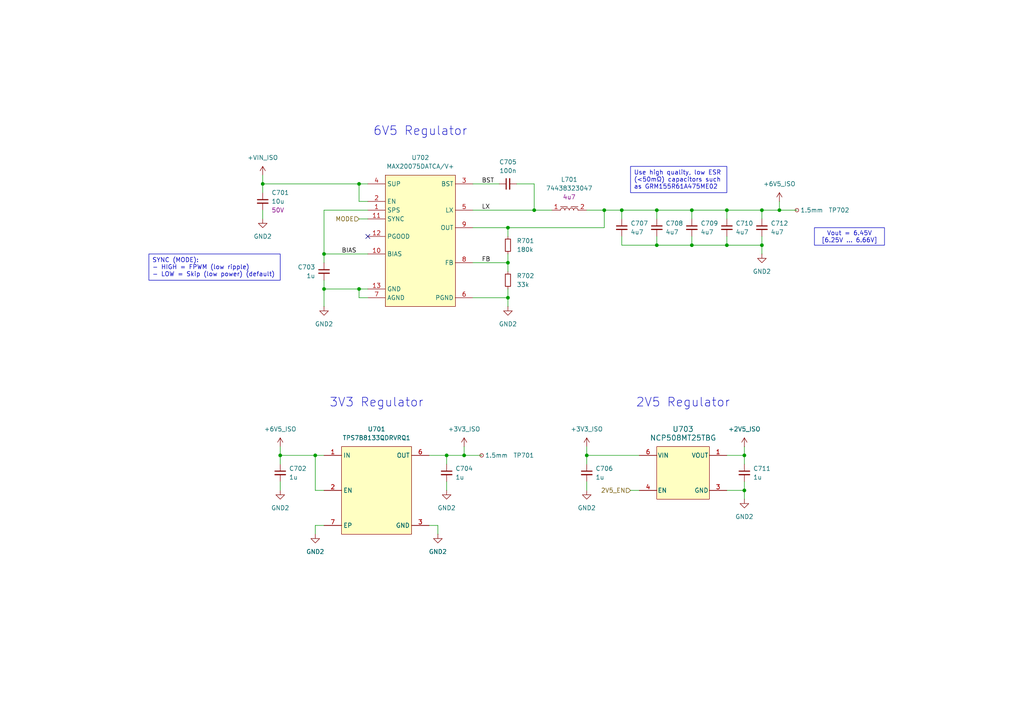
<source format=kicad_sch>
(kicad_sch
	(version 20250114)
	(generator "eeschema")
	(generator_version "9.0")
	(uuid "6575e97e-1122-48e7-bc00-121a8cf8e8fb")
	(paper "A4")
	(title_block
		(title "Regulators (Connector Side)")
		(comment 4 "6V5, 3V3 and 2V5 regulators for the connector side of the PCB.")
	)
	(lib_symbols
		(symbol "Connector:TestPoint_Small"
			(pin_numbers
				(hide yes)
			)
			(pin_names
				(offset 0.762)
				(hide yes)
			)
			(exclude_from_sim no)
			(in_bom yes)
			(on_board yes)
			(property "Reference" "TP"
				(at 0 3.81 0)
				(effects
					(font
						(size 1.27 1.27)
					)
				)
			)
			(property "Value" "TestPoint_Small"
				(at 0 2.032 0)
				(effects
					(font
						(size 1.27 1.27)
					)
				)
			)
			(property "Footprint" ""
				(at 5.08 0 0)
				(effects
					(font
						(size 1.27 1.27)
					)
					(hide yes)
				)
			)
			(property "Datasheet" "~"
				(at 5.08 0 0)
				(effects
					(font
						(size 1.27 1.27)
					)
					(hide yes)
				)
			)
			(property "Description" "test point"
				(at 0 0 0)
				(effects
					(font
						(size 1.27 1.27)
					)
					(hide yes)
				)
			)
			(property "ki_keywords" "test point tp"
				(at 0 0 0)
				(effects
					(font
						(size 1.27 1.27)
					)
					(hide yes)
				)
			)
			(property "ki_fp_filters" "Pin* Test*"
				(at 0 0 0)
				(effects
					(font
						(size 1.27 1.27)
					)
					(hide yes)
				)
			)
			(symbol "TestPoint_Small_0_1"
				(circle
					(center 0 0)
					(radius 0.508)
					(stroke
						(width 0)
						(type default)
					)
					(fill
						(type none)
					)
				)
			)
			(symbol "TestPoint_Small_1_1"
				(pin passive line
					(at 0 0 90)
					(length 0)
					(name "1"
						(effects
							(font
								(size 1.27 1.27)
							)
						)
					)
					(number "1"
						(effects
							(font
								(size 1.27 1.27)
							)
						)
					)
				)
			)
			(embedded_fonts no)
		)
		(symbol "Device:C_Small"
			(pin_numbers
				(hide yes)
			)
			(pin_names
				(offset 0.254)
				(hide yes)
			)
			(exclude_from_sim no)
			(in_bom yes)
			(on_board yes)
			(property "Reference" "C"
				(at 0.254 1.778 0)
				(effects
					(font
						(size 1.27 1.27)
					)
					(justify left)
				)
			)
			(property "Value" "C_Small"
				(at 0.254 -2.032 0)
				(effects
					(font
						(size 1.27 1.27)
					)
					(justify left)
				)
			)
			(property "Footprint" ""
				(at 0 0 0)
				(effects
					(font
						(size 1.27 1.27)
					)
					(hide yes)
				)
			)
			(property "Datasheet" "~"
				(at 0 0 0)
				(effects
					(font
						(size 1.27 1.27)
					)
					(hide yes)
				)
			)
			(property "Description" "Unpolarized capacitor, small symbol"
				(at 0 0 0)
				(effects
					(font
						(size 1.27 1.27)
					)
					(hide yes)
				)
			)
			(property "ki_keywords" "capacitor cap"
				(at 0 0 0)
				(effects
					(font
						(size 1.27 1.27)
					)
					(hide yes)
				)
			)
			(property "ki_fp_filters" "C_*"
				(at 0 0 0)
				(effects
					(font
						(size 1.27 1.27)
					)
					(hide yes)
				)
			)
			(symbol "C_Small_0_1"
				(polyline
					(pts
						(xy -1.524 0.508) (xy 1.524 0.508)
					)
					(stroke
						(width 0.3048)
						(type default)
					)
					(fill
						(type none)
					)
				)
				(polyline
					(pts
						(xy -1.524 -0.508) (xy 1.524 -0.508)
					)
					(stroke
						(width 0.3302)
						(type default)
					)
					(fill
						(type none)
					)
				)
			)
			(symbol "C_Small_1_1"
				(pin passive line
					(at 0 2.54 270)
					(length 2.032)
					(name "~"
						(effects
							(font
								(size 1.27 1.27)
							)
						)
					)
					(number "1"
						(effects
							(font
								(size 1.27 1.27)
							)
						)
					)
				)
				(pin passive line
					(at 0 -2.54 90)
					(length 2.032)
					(name "~"
						(effects
							(font
								(size 1.27 1.27)
							)
						)
					)
					(number "2"
						(effects
							(font
								(size 1.27 1.27)
							)
						)
					)
				)
			)
			(embedded_fonts no)
		)
		(symbol "Device:R_Small"
			(pin_numbers
				(hide yes)
			)
			(pin_names
				(offset 0.254)
				(hide yes)
			)
			(exclude_from_sim no)
			(in_bom yes)
			(on_board yes)
			(property "Reference" "R"
				(at 0 0 90)
				(effects
					(font
						(size 1.016 1.016)
					)
				)
			)
			(property "Value" "R_Small"
				(at 1.778 0 90)
				(effects
					(font
						(size 1.27 1.27)
					)
				)
			)
			(property "Footprint" ""
				(at 0 0 0)
				(effects
					(font
						(size 1.27 1.27)
					)
					(hide yes)
				)
			)
			(property "Datasheet" "~"
				(at 0 0 0)
				(effects
					(font
						(size 1.27 1.27)
					)
					(hide yes)
				)
			)
			(property "Description" "Resistor, small symbol"
				(at 0 0 0)
				(effects
					(font
						(size 1.27 1.27)
					)
					(hide yes)
				)
			)
			(property "ki_keywords" "R resistor"
				(at 0 0 0)
				(effects
					(font
						(size 1.27 1.27)
					)
					(hide yes)
				)
			)
			(property "ki_fp_filters" "R_*"
				(at 0 0 0)
				(effects
					(font
						(size 1.27 1.27)
					)
					(hide yes)
				)
			)
			(symbol "R_Small_0_1"
				(rectangle
					(start -0.762 1.778)
					(end 0.762 -1.778)
					(stroke
						(width 0.2032)
						(type default)
					)
					(fill
						(type none)
					)
				)
			)
			(symbol "R_Small_1_1"
				(pin passive line
					(at 0 2.54 270)
					(length 0.762)
					(name "~"
						(effects
							(font
								(size 1.27 1.27)
							)
						)
					)
					(number "1"
						(effects
							(font
								(size 1.27 1.27)
							)
						)
					)
				)
				(pin passive line
					(at 0 -2.54 90)
					(length 0.762)
					(name "~"
						(effects
							(font
								(size 1.27 1.27)
							)
						)
					)
					(number "2"
						(effects
							(font
								(size 1.27 1.27)
							)
						)
					)
				)
			)
			(embedded_fonts no)
		)
		(symbol "PWR-IND:2510_74438323047"
			(pin_names
				(hide yes)
			)
			(exclude_from_sim no)
			(in_bom yes)
			(on_board yes)
			(property "Reference" "L"
				(at 0 5.08 0)
				(effects
					(font
						(size 1.27 1.27)
					)
				)
			)
			(property "Value" "74438323047"
				(at 0 -2.54 0)
				(effects
					(font
						(size 1.27 1.27)
					)
				)
			)
			(property "Footprint" "project_footprints:L_Wurth_WE-MAPI-2510"
				(at 0 7.62 0)
				(effects
					(font
						(size 1.27 1.27)
					)
					(hide yes)
				)
			)
			(property "Datasheet" "https://www.we-online.com/catalog/datasheet/74438323047.pdf?ki"
				(at 52.07 17.78 0)
				(effects
					(font
						(size 1.27 1.27)
					)
					(hide yes)
				)
			)
			(property "Description" "Shielded Power Inductor"
				(at 0 0 0)
				(effects
					(font
						(size 1.27 1.27)
					)
					(hide yes)
				)
			)
			(property "Manufacturer" "Wurth Elektronik"
				(at 52.07 15.24 0)
				(effects
					(font
						(size 1.27 1.27)
					)
					(hide yes)
				)
			)
			(property "Manufacturer URL" "https://www.we-online.com"
				(at 52.07 12.7 0)
				(effects
					(font
						(size 1.27 1.27)
					)
					(hide yes)
				)
			)
			(property "Published Date" "20250320"
				(at 52.07 10.16 0)
				(effects
					(font
						(size 1.27 1.27)
					)
					(hide yes)
				)
			)
			(property "Match Code" "WE-MAPI"
				(at 52.07 7.62 0)
				(effects
					(font
						(size 1.27 1.27)
					)
					(hide yes)
				)
			)
			(property "Part Number" "74438323047"
				(at 52.07 5.08 0)
				(effects
					(font
						(size 1.27 1.27)
					)
					(hide yes)
				)
			)
			(property "Size" "2510"
				(at 52.07 2.54 0)
				(effects
					(font
						(size 1.27 1.27)
					)
					(hide yes)
				)
			)
			(property "Mounting Technology" "SMT"
				(at 52.07 0 0)
				(effects
					(font
						(size 1.27 1.27)
					)
					(hide yes)
				)
			)
			(property "L (µH)" "4.7"
				(at 52.07 -2.54 0)
				(effects
					(font
						(size 1.27 1.27)
					)
					(hide yes)
				)
			)
			(property "IRP,40K (A)" "1.4"
				(at 52.07 -5.08 0)
				(effects
					(font
						(size 1.27 1.27)
					)
					(hide yes)
				)
			)
			(property "ISAT,30% (A)" "2.3"
				(at 52.07 -7.62 0)
				(effects
					(font
						(size 1.27 1.27)
					)
					(hide yes)
				)
			)
			(property "RDC typ. (mΩ)" "338.0"
				(at 52.07 -10.16 0)
				(effects
					(font
						(size 1.27 1.27)
					)
					(hide yes)
				)
			)
			(property "fres (MHz)" "35.0"
				(at 52.07 -12.7 0)
				(effects
					(font
						(size 1.27 1.27)
					)
					(hide yes)
				)
			)
			(property "VOP (V)" "80"
				(at 52.07 -15.24 0)
				(effects
					(font
						(size 1.27 1.27)
					)
					(hide yes)
				)
			)
			(property "Critical Parameter" "4u7"
				(at 0 -5.08 0)
				(effects
					(font
						(size 1.27 1.27)
					)
				)
			)
			(property "ki_keywords" "SMT"
				(at 0 0 0)
				(effects
					(font
						(size 1.27 1.27)
					)
					(hide yes)
				)
			)
			(property "ki_fp_filters" "*WE-MAPI*2510*"
				(at 0 0 0)
				(effects
					(font
						(size 1.27 1.27)
					)
					(hide yes)
				)
			)
			(symbol "2510_74438323047_0_1"
				(polyline
					(pts
						(xy -2.54 1.016) (xy -0.508 1.016)
					)
					(stroke
						(width 0)
						(type default)
					)
					(fill
						(type none)
					)
				)
				(arc
					(start -2.54 0)
					(mid -1.905 0.6323)
					(end -1.27 0)
					(stroke
						(width 0)
						(type default)
					)
					(fill
						(type none)
					)
				)
				(arc
					(start -1.27 0)
					(mid -0.635 0.6323)
					(end 0 0)
					(stroke
						(width 0)
						(type default)
					)
					(fill
						(type none)
					)
				)
				(arc
					(start 0 0)
					(mid 0.635 0.6323)
					(end 1.27 0)
					(stroke
						(width 0)
						(type default)
					)
					(fill
						(type none)
					)
				)
				(arc
					(start 1.27 0)
					(mid 1.905 0.6323)
					(end 2.54 0)
					(stroke
						(width 0)
						(type default)
					)
					(fill
						(type none)
					)
				)
			)
			(symbol "2510_74438323047_1_1"
				(polyline
					(pts
						(xy 2.54 1.016) (xy 0.508 1.016)
					)
					(stroke
						(width 0)
						(type default)
					)
					(fill
						(type none)
					)
				)
				(pin power_in line
					(at -5.08 0 0)
					(length 2.54)
					(name "1"
						(effects
							(font
								(size 1.27 1.27)
							)
						)
					)
					(number "1"
						(effects
							(font
								(size 1.27 1.27)
							)
						)
					)
				)
				(pin power_out line
					(at 5.08 0 180)
					(length 2.54)
					(name "w2"
						(effects
							(font
								(size 1.27 1.27)
							)
						)
					)
					(number "2"
						(effects
							(font
								(size 1.27 1.27)
							)
						)
					)
				)
			)
			(embedded_fonts no)
		)
		(symbol "PWR-LDO:NCP508MT25TBG"
			(pin_names
				(offset 0.254)
			)
			(exclude_from_sim no)
			(in_bom yes)
			(on_board yes)
			(property "Reference" "U"
				(at 0 5.08 0)
				(effects
					(font
						(size 1.524 1.524)
					)
				)
			)
			(property "Value" "NCP508MT25TBG"
				(at 0 2.54 0)
				(effects
					(font
						(size 1.524 1.524)
					)
				)
			)
			(property "Footprint" "project_footprints:NCP508MT25TBG"
				(at 0 -20.32 0)
				(effects
					(font
						(size 1.27 1.27)
						(italic yes)
					)
					(hide yes)
				)
			)
			(property "Datasheet" "https://www.mouser.co.uk/datasheet/2/308/1/NCP508_D-2317269.pdf"
				(at 0 -20.32 0)
				(effects
					(font
						(size 1.27 1.27)
						(italic yes)
					)
					(hide yes)
				)
			)
			(property "Description" ""
				(at 0 -20.32 0)
				(effects
					(font
						(size 1.27 1.27)
					)
					(hide yes)
				)
			)
			(property "ki_keywords" "NCP508MT25TBG"
				(at 0 0 0)
				(effects
					(font
						(size 1.27 1.27)
					)
					(hide yes)
				)
			)
			(property "ki_fp_filters" "WDFN6_1P5X1P5_ONS WDFN6_1P5X1P5_ONS-M WDFN6_1P5X1P5_ONS-L"
				(at 0 0 0)
				(effects
					(font
						(size 1.27 1.27)
					)
					(hide yes)
				)
			)
			(symbol "NCP508MT25TBG_1_1"
				(rectangle
					(start -7.62 0)
					(end 7.62 -15.24)
					(stroke
						(width 0)
						(type default)
					)
					(fill
						(type background)
					)
				)
				(pin power_in line
					(at -12.7 -2.54 0)
					(length 5.08)
					(name "VIN"
						(effects
							(font
								(size 1.27 1.27)
							)
						)
					)
					(number "6"
						(effects
							(font
								(size 1.27 1.27)
							)
						)
					)
				)
				(pin input line
					(at -12.7 -12.7 0)
					(length 5.08)
					(name "EN"
						(effects
							(font
								(size 1.27 1.27)
							)
						)
					)
					(number "4"
						(effects
							(font
								(size 1.27 1.27)
							)
						)
					)
				)
				(pin power_out line
					(at 12.7 -2.54 180)
					(length 5.08)
					(name "VOUT"
						(effects
							(font
								(size 1.27 1.27)
							)
						)
					)
					(number "1"
						(effects
							(font
								(size 1.27 1.27)
							)
						)
					)
				)
				(pin no_connect line
					(at 12.7 -7.62 180)
					(length 5.08)
					(hide yes)
					(name "NC"
						(effects
							(font
								(size 1.27 1.27)
							)
						)
					)
					(number "5"
						(effects
							(font
								(size 1.27 1.27)
							)
						)
					)
				)
				(pin no_connect line
					(at 12.7 -10.16 180)
					(length 5.08)
					(hide yes)
					(name "NC"
						(effects
							(font
								(size 1.27 1.27)
							)
						)
					)
					(number "2"
						(effects
							(font
								(size 1.27 1.27)
							)
						)
					)
				)
				(pin power_in line
					(at 12.7 -12.7 180)
					(length 5.08)
					(name "GND"
						(effects
							(font
								(size 1.27 1.27)
							)
						)
					)
					(number "3"
						(effects
							(font
								(size 1.27 1.27)
							)
						)
					)
				)
			)
			(embedded_fonts no)
		)
		(symbol "PWR-LDO:TPS7B8133QDRVRQ1"
			(exclude_from_sim no)
			(in_bom yes)
			(on_board yes)
			(property "Reference" "U"
				(at 0 5.08 0)
				(effects
					(font
						(size 1.27 1.27)
					)
				)
			)
			(property "Value" "TPS7B8133QDRVRQ1"
				(at 0 2.54 0)
				(effects
					(font
						(size 1.27 1.27)
					)
				)
			)
			(property "Footprint" "project_footprints:SON65P200X200X80-7N"
				(at 26.67 -94.92 0)
				(effects
					(font
						(size 1.27 1.27)
					)
					(justify left top)
					(hide yes)
				)
			)
			(property "Datasheet" "http://www.ti.com/lit/gpn/TPS7B81-Q1"
				(at 26.67 -194.92 0)
				(effects
					(font
						(size 1.27 1.27)
					)
					(justify left top)
					(hide yes)
				)
			)
			(property "Description" "Automotive 150-mA high-voltage ultra-low-IQ low-dropout (LDO) linear regulator"
				(at 0 -27.94 0)
				(effects
					(font
						(size 1.27 1.27)
					)
					(hide yes)
				)
			)
			(property "Height" "0.8"
				(at 26.67 -394.92 0)
				(effects
					(font
						(size 1.27 1.27)
					)
					(justify left top)
					(hide yes)
				)
			)
			(property "Mouser Part Number" "595-TPS7B8133QDRVRQ1"
				(at 26.67 -494.92 0)
				(effects
					(font
						(size 1.27 1.27)
					)
					(justify left top)
					(hide yes)
				)
			)
			(property "Mouser Price/Stock" "https://www.mouser.co.uk/ProductDetail/Texas-Instruments/TPS7B8133QDRVRQ1?qs=T3oQrply3y%252BtI31t7KSUmw%3D%3D"
				(at 26.67 -594.92 0)
				(effects
					(font
						(size 1.27 1.27)
					)
					(justify left top)
					(hide yes)
				)
			)
			(property "Manufacturer_Name" "Texas Instruments"
				(at 26.67 -694.92 0)
				(effects
					(font
						(size 1.27 1.27)
					)
					(justify left top)
					(hide yes)
				)
			)
			(property "Manufacturer_Part_Number" "TPS7B8133QDRVRQ1"
				(at 26.67 -794.92 0)
				(effects
					(font
						(size 1.27 1.27)
					)
					(justify left top)
					(hide yes)
				)
			)
			(symbol "TPS7B8133QDRVRQ1_1_1"
				(rectangle
					(start -10.16 0)
					(end 10.16 -25.4)
					(stroke
						(width 0)
						(type solid)
					)
					(fill
						(type background)
					)
				)
				(pin power_in line
					(at -15.24 -2.54 0)
					(length 5.08)
					(name "IN"
						(effects
							(font
								(size 1.27 1.27)
							)
						)
					)
					(number "1"
						(effects
							(font
								(size 1.27 1.27)
							)
						)
					)
				)
				(pin input line
					(at -15.24 -12.7 0)
					(length 5.08)
					(name "EN"
						(effects
							(font
								(size 1.27 1.27)
							)
						)
					)
					(number "2"
						(effects
							(font
								(size 1.27 1.27)
							)
						)
					)
				)
				(pin passive line
					(at -15.24 -22.86 0)
					(length 5.08)
					(name "EP"
						(effects
							(font
								(size 1.27 1.27)
							)
						)
					)
					(number "7"
						(effects
							(font
								(size 1.27 1.27)
							)
						)
					)
				)
				(pin power_out line
					(at 15.24 -2.54 180)
					(length 5.08)
					(name "OUT"
						(effects
							(font
								(size 1.27 1.27)
							)
						)
					)
					(number "6"
						(effects
							(font
								(size 1.27 1.27)
							)
						)
					)
				)
				(pin no_connect line
					(at 15.24 -15.24 180)
					(length 5.08)
					(hide yes)
					(name "DNC"
						(effects
							(font
								(size 1.27 1.27)
							)
						)
					)
					(number "5"
						(effects
							(font
								(size 1.27 1.27)
							)
						)
					)
				)
				(pin passive line
					(at 15.24 -22.86 180)
					(length 5.08)
					(name "GND"
						(effects
							(font
								(size 1.27 1.27)
							)
						)
					)
					(number "3"
						(effects
							(font
								(size 1.27 1.27)
							)
						)
					)
				)
				(pin passive line
					(at 15.24 -22.86 180)
					(length 5.08)
					(hide yes)
					(name "GND"
						(effects
							(font
								(size 1.27 1.27)
							)
						)
					)
					(number "4"
						(effects
							(font
								(size 1.27 1.27)
							)
						)
					)
				)
			)
			(embedded_fonts no)
		)
		(symbol "PWR-SMPS:MAX20075DATCA/V+"
			(exclude_from_sim no)
			(in_bom yes)
			(on_board yes)
			(property "Reference" "U"
				(at 0 5.08 0)
				(effects
					(font
						(size 1.27 1.27)
					)
				)
			)
			(property "Value" "MAX20075DATCA/V+"
				(at 0 2.54 0)
				(effects
					(font
						(size 1.27 1.27)
					)
				)
			)
			(property "Footprint" "project_footprints:SON50P300X300X80-13N"
				(at -21.59 -43.18 0)
				(effects
					(font
						(size 1.27 1.27)
					)
					(justify left top)
					(hide yes)
				)
			)
			(property "Datasheet" "https://www.analog.com/MAX20075/datasheet"
				(at 26.67 -194.92 0)
				(effects
					(font
						(size 1.27 1.27)
					)
					(justify left top)
					(hide yes)
				)
			)
			(property "Description" "Buck Switching Regulator IC Positive Programmable (Fixed) 5V 1 Output 600mA 12-WFDFN Exposed Pad"
				(at 0 -40.64 0)
				(effects
					(font
						(size 1.27 1.27)
					)
					(hide yes)
				)
			)
			(property "Height" "0.8"
				(at 26.67 -394.92 0)
				(effects
					(font
						(size 1.27 1.27)
					)
					(justify left top)
					(hide yes)
				)
			)
			(symbol "MAX20075DATCA/V+_1_1"
				(rectangle
					(start -10.16 0)
					(end 10.16 -38.1)
					(stroke
						(width 0)
						(type solid)
					)
					(fill
						(type background)
					)
				)
				(pin power_in line
					(at -15.24 -2.54 0)
					(length 5.08)
					(name "SUP"
						(effects
							(font
								(size 1.27 1.27)
							)
						)
					)
					(number "4"
						(effects
							(font
								(size 1.27 1.27)
							)
						)
					)
				)
				(pin input line
					(at -15.24 -7.62 0)
					(length 5.08)
					(name "EN"
						(effects
							(font
								(size 1.27 1.27)
							)
						)
					)
					(number "2"
						(effects
							(font
								(size 1.27 1.27)
							)
						)
					)
				)
				(pin input line
					(at -15.24 -10.16 0)
					(length 5.08)
					(name "SPS"
						(effects
							(font
								(size 1.27 1.27)
							)
						)
					)
					(number "1"
						(effects
							(font
								(size 1.27 1.27)
							)
						)
					)
				)
				(pin input line
					(at -15.24 -12.7 0)
					(length 5.08)
					(name "SYNC"
						(effects
							(font
								(size 1.27 1.27)
							)
						)
					)
					(number "11"
						(effects
							(font
								(size 1.27 1.27)
							)
						)
					)
				)
				(pin output line
					(at -15.24 -17.78 0)
					(length 5.08)
					(name "PGOOD"
						(effects
							(font
								(size 1.27 1.27)
							)
						)
					)
					(number "12"
						(effects
							(font
								(size 1.27 1.27)
							)
						)
					)
				)
				(pin passive line
					(at -15.24 -22.86 0)
					(length 5.08)
					(name "BIAS"
						(effects
							(font
								(size 1.27 1.27)
							)
						)
					)
					(number "10"
						(effects
							(font
								(size 1.27 1.27)
							)
						)
					)
				)
				(pin power_in line
					(at -15.24 -33.02 0)
					(length 5.08)
					(name "GND"
						(effects
							(font
								(size 1.27 1.27)
							)
						)
					)
					(number "13"
						(effects
							(font
								(size 1.27 1.27)
							)
						)
					)
				)
				(pin power_in line
					(at -15.24 -35.56 0)
					(length 5.08)
					(name "AGND"
						(effects
							(font
								(size 1.27 1.27)
							)
						)
					)
					(number "7"
						(effects
							(font
								(size 1.27 1.27)
							)
						)
					)
				)
				(pin input line
					(at 15.24 -2.54 180)
					(length 5.08)
					(name "BST"
						(effects
							(font
								(size 1.27 1.27)
							)
						)
					)
					(number "3"
						(effects
							(font
								(size 1.27 1.27)
							)
						)
					)
				)
				(pin power_out line
					(at 15.24 -10.16 180)
					(length 5.08)
					(name "LX"
						(effects
							(font
								(size 1.27 1.27)
							)
						)
					)
					(number "5"
						(effects
							(font
								(size 1.27 1.27)
							)
						)
					)
				)
				(pin input line
					(at 15.24 -15.24 180)
					(length 5.08)
					(name "OUT"
						(effects
							(font
								(size 1.27 1.27)
							)
						)
					)
					(number "9"
						(effects
							(font
								(size 1.27 1.27)
							)
						)
					)
				)
				(pin input line
					(at 15.24 -25.4 180)
					(length 5.08)
					(name "FB"
						(effects
							(font
								(size 1.27 1.27)
							)
						)
					)
					(number "8"
						(effects
							(font
								(size 1.27 1.27)
							)
						)
					)
				)
				(pin power_in line
					(at 15.24 -35.56 180)
					(length 5.08)
					(name "PGND"
						(effects
							(font
								(size 1.27 1.27)
							)
						)
					)
					(number "6"
						(effects
							(font
								(size 1.27 1.27)
							)
						)
					)
				)
			)
			(embedded_fonts no)
		)
		(symbol "PWR-SYM:+2V5_ISO"
			(power)
			(pin_numbers
				(hide yes)
			)
			(pin_names
				(offset 0)
				(hide yes)
			)
			(exclude_from_sim no)
			(in_bom yes)
			(on_board yes)
			(property "Reference" "#PWR"
				(at 0 -3.81 0)
				(effects
					(font
						(size 1.27 1.27)
					)
					(hide yes)
				)
			)
			(property "Value" "+2V5_ISO"
				(at 0 3.556 0)
				(effects
					(font
						(size 1.27 1.27)
					)
				)
			)
			(property "Footprint" ""
				(at 0 0 0)
				(effects
					(font
						(size 1.27 1.27)
					)
					(hide yes)
				)
			)
			(property "Datasheet" ""
				(at 0 0 0)
				(effects
					(font
						(size 1.27 1.27)
					)
					(hide yes)
				)
			)
			(property "Description" "Power symbol creates a global label with name \"+2V5_ISO\""
				(at 0 0 0)
				(effects
					(font
						(size 1.27 1.27)
					)
					(hide yes)
				)
			)
			(property "ki_keywords" "global power"
				(at 0 0 0)
				(effects
					(font
						(size 1.27 1.27)
					)
					(hide yes)
				)
			)
			(symbol "+2V5_ISO_0_1"
				(polyline
					(pts
						(xy -0.762 1.27) (xy 0 2.54)
					)
					(stroke
						(width 0)
						(type default)
					)
					(fill
						(type none)
					)
				)
				(polyline
					(pts
						(xy 0 2.54) (xy 0.762 1.27)
					)
					(stroke
						(width 0)
						(type default)
					)
					(fill
						(type none)
					)
				)
				(polyline
					(pts
						(xy 0 0) (xy 0 2.54)
					)
					(stroke
						(width 0)
						(type default)
					)
					(fill
						(type none)
					)
				)
			)
			(symbol "+2V5_ISO_1_1"
				(pin power_in line
					(at 0 0 90)
					(length 0)
					(name "~"
						(effects
							(font
								(size 1.27 1.27)
							)
						)
					)
					(number "1"
						(effects
							(font
								(size 1.27 1.27)
							)
						)
					)
				)
			)
			(embedded_fonts no)
		)
		(symbol "PWR-SYM:+3V3_ISO"
			(power)
			(pin_numbers
				(hide yes)
			)
			(pin_names
				(offset 0)
				(hide yes)
			)
			(exclude_from_sim no)
			(in_bom yes)
			(on_board yes)
			(property "Reference" "#PWR"
				(at 0 -3.81 0)
				(effects
					(font
						(size 1.27 1.27)
					)
					(hide yes)
				)
			)
			(property "Value" "+3V3_ISO"
				(at 0 3.556 0)
				(effects
					(font
						(size 1.27 1.27)
					)
				)
			)
			(property "Footprint" ""
				(at 0 0 0)
				(effects
					(font
						(size 1.27 1.27)
					)
					(hide yes)
				)
			)
			(property "Datasheet" ""
				(at 0 0 0)
				(effects
					(font
						(size 1.27 1.27)
					)
					(hide yes)
				)
			)
			(property "Description" "Power symbol creates a global label with name \"+3V3_ISO\""
				(at 0 0 0)
				(effects
					(font
						(size 1.27 1.27)
					)
					(hide yes)
				)
			)
			(property "ki_keywords" "global power"
				(at 0 0 0)
				(effects
					(font
						(size 1.27 1.27)
					)
					(hide yes)
				)
			)
			(symbol "+3V3_ISO_0_1"
				(polyline
					(pts
						(xy -0.762 1.27) (xy 0 2.54)
					)
					(stroke
						(width 0)
						(type default)
					)
					(fill
						(type none)
					)
				)
				(polyline
					(pts
						(xy 0 2.54) (xy 0.762 1.27)
					)
					(stroke
						(width 0)
						(type default)
					)
					(fill
						(type none)
					)
				)
				(polyline
					(pts
						(xy 0 0) (xy 0 2.54)
					)
					(stroke
						(width 0)
						(type default)
					)
					(fill
						(type none)
					)
				)
			)
			(symbol "+3V3_ISO_1_1"
				(pin power_in line
					(at 0 0 90)
					(length 0)
					(name "~"
						(effects
							(font
								(size 1.27 1.27)
							)
						)
					)
					(number "1"
						(effects
							(font
								(size 1.27 1.27)
							)
						)
					)
				)
			)
			(embedded_fonts no)
		)
		(symbol "PWR-SYM:+6V5_ISO"
			(power)
			(pin_numbers
				(hide yes)
			)
			(pin_names
				(offset 0)
				(hide yes)
			)
			(exclude_from_sim no)
			(in_bom yes)
			(on_board yes)
			(property "Reference" "#PWR"
				(at 0 -3.81 0)
				(effects
					(font
						(size 1.27 1.27)
					)
					(hide yes)
				)
			)
			(property "Value" "+6V5_ISO"
				(at 0 3.556 0)
				(effects
					(font
						(size 1.27 1.27)
					)
				)
			)
			(property "Footprint" ""
				(at 0 0 0)
				(effects
					(font
						(size 1.27 1.27)
					)
					(hide yes)
				)
			)
			(property "Datasheet" ""
				(at 0 0 0)
				(effects
					(font
						(size 1.27 1.27)
					)
					(hide yes)
				)
			)
			(property "Description" "Power symbol creates a global label with name \"+6V5_ISO\""
				(at 0 0 0)
				(effects
					(font
						(size 1.27 1.27)
					)
					(hide yes)
				)
			)
			(property "ki_keywords" "global power"
				(at 0 0 0)
				(effects
					(font
						(size 1.27 1.27)
					)
					(hide yes)
				)
			)
			(symbol "+6V5_ISO_0_1"
				(polyline
					(pts
						(xy -0.762 1.27) (xy 0 2.54)
					)
					(stroke
						(width 0)
						(type default)
					)
					(fill
						(type none)
					)
				)
				(polyline
					(pts
						(xy 0 2.54) (xy 0.762 1.27)
					)
					(stroke
						(width 0)
						(type default)
					)
					(fill
						(type none)
					)
				)
				(polyline
					(pts
						(xy 0 0) (xy 0 2.54)
					)
					(stroke
						(width 0)
						(type default)
					)
					(fill
						(type none)
					)
				)
			)
			(symbol "+6V5_ISO_1_1"
				(pin power_in line
					(at 0 0 90)
					(length 0)
					(name "~"
						(effects
							(font
								(size 1.27 1.27)
							)
						)
					)
					(number "1"
						(effects
							(font
								(size 1.27 1.27)
							)
						)
					)
				)
			)
			(embedded_fonts no)
		)
		(symbol "PWR-SYM:+VIN_ISO"
			(power)
			(pin_numbers
				(hide yes)
			)
			(pin_names
				(offset 0)
				(hide yes)
			)
			(exclude_from_sim no)
			(in_bom yes)
			(on_board yes)
			(property "Reference" "#PWR"
				(at 0 -3.81 0)
				(effects
					(font
						(size 1.27 1.27)
					)
					(hide yes)
				)
			)
			(property "Value" "+VIN_ISO"
				(at 0 3.556 0)
				(effects
					(font
						(size 1.27 1.27)
					)
				)
			)
			(property "Footprint" ""
				(at 0 0 0)
				(effects
					(font
						(size 1.27 1.27)
					)
					(hide yes)
				)
			)
			(property "Datasheet" ""
				(at 0 0 0)
				(effects
					(font
						(size 1.27 1.27)
					)
					(hide yes)
				)
			)
			(property "Description" "Power symbol creates a global label with name \"+VIN_ISO\""
				(at 0 0 0)
				(effects
					(font
						(size 1.27 1.27)
					)
					(hide yes)
				)
			)
			(property "ki_keywords" "global power"
				(at 0 0 0)
				(effects
					(font
						(size 1.27 1.27)
					)
					(hide yes)
				)
			)
			(symbol "+VIN_ISO_0_1"
				(polyline
					(pts
						(xy -0.762 1.27) (xy 0 2.54)
					)
					(stroke
						(width 0)
						(type default)
					)
					(fill
						(type none)
					)
				)
				(polyline
					(pts
						(xy 0 2.54) (xy 0.762 1.27)
					)
					(stroke
						(width 0)
						(type default)
					)
					(fill
						(type none)
					)
				)
				(polyline
					(pts
						(xy 0 0) (xy 0 2.54)
					)
					(stroke
						(width 0)
						(type default)
					)
					(fill
						(type none)
					)
				)
			)
			(symbol "+VIN_ISO_1_1"
				(pin power_in line
					(at 0 0 90)
					(length 0)
					(name "~"
						(effects
							(font
								(size 1.27 1.27)
							)
						)
					)
					(number "1"
						(effects
							(font
								(size 1.27 1.27)
							)
						)
					)
				)
			)
			(embedded_fonts no)
		)
		(symbol "power:GND2"
			(power)
			(pin_numbers
				(hide yes)
			)
			(pin_names
				(offset 0)
				(hide yes)
			)
			(exclude_from_sim no)
			(in_bom yes)
			(on_board yes)
			(property "Reference" "#PWR"
				(at 0 -6.35 0)
				(effects
					(font
						(size 1.27 1.27)
					)
					(hide yes)
				)
			)
			(property "Value" "GND2"
				(at 0 -3.81 0)
				(effects
					(font
						(size 1.27 1.27)
					)
				)
			)
			(property "Footprint" ""
				(at 0 0 0)
				(effects
					(font
						(size 1.27 1.27)
					)
					(hide yes)
				)
			)
			(property "Datasheet" ""
				(at 0 0 0)
				(effects
					(font
						(size 1.27 1.27)
					)
					(hide yes)
				)
			)
			(property "Description" "Power symbol creates a global label with name \"GND2\" , ground"
				(at 0 0 0)
				(effects
					(font
						(size 1.27 1.27)
					)
					(hide yes)
				)
			)
			(property "ki_keywords" "global power"
				(at 0 0 0)
				(effects
					(font
						(size 1.27 1.27)
					)
					(hide yes)
				)
			)
			(symbol "GND2_0_1"
				(polyline
					(pts
						(xy 0 0) (xy 0 -1.27) (xy 1.27 -1.27) (xy 0 -2.54) (xy -1.27 -1.27) (xy 0 -1.27)
					)
					(stroke
						(width 0)
						(type default)
					)
					(fill
						(type none)
					)
				)
			)
			(symbol "GND2_1_1"
				(pin power_in line
					(at 0 0 270)
					(length 0)
					(name "~"
						(effects
							(font
								(size 1.27 1.27)
							)
						)
					)
					(number "1"
						(effects
							(font
								(size 1.27 1.27)
							)
						)
					)
				)
			)
			(embedded_fonts no)
		)
	)
	(text "2V5 Regulator"
		(exclude_from_sim no)
		(at 198.12 116.84 0)
		(effects
			(font
				(size 2.54 2.54)
			)
		)
		(uuid "29c7d289-4fa2-481d-8a67-89080355ebd6")
	)
	(text "6V5 Regulator"
		(exclude_from_sim no)
		(at 121.92 38.1 0)
		(effects
			(font
				(size 2.54 2.54)
			)
		)
		(uuid "803a07fd-db80-444a-9aa6-11dcac643f15")
	)
	(text "3V3 Regulator"
		(exclude_from_sim no)
		(at 109.22 116.84 0)
		(effects
			(font
				(size 2.54 2.54)
			)
		)
		(uuid "8dbecdc4-54e4-45d1-af65-25fc402745bf")
	)
	(text_box "SYNC (MODE):\n- HIGH = FPWM (low ripple)\n- LOW = Skip (low power) (default)"
		(exclude_from_sim no)
		(at 43.18 73.66 0)
		(size 38.1 7.62)
		(margins 0.9525 0.9525 0.9525 0.9525)
		(stroke
			(width 0)
			(type solid)
		)
		(fill
			(type none)
		)
		(effects
			(font
				(size 1.27 1.27)
			)
			(justify left top)
		)
		(uuid "30dd4742-c982-4433-b84e-a09126f5ba5c")
	)
	(text_box "Use high quality, low ESR (<50mΩ) capacitors such as GRM155R61A475ME02"
		(exclude_from_sim no)
		(at 182.88 48.26 0)
		(size 27.94 7.62)
		(margins 0.9525 0.9525 0.9525 0.9525)
		(stroke
			(width 0)
			(type solid)
		)
		(fill
			(type none)
		)
		(effects
			(font
				(size 1.27 1.27)
			)
			(justify left top)
		)
		(uuid "5538a8e6-9ab9-4dd2-8104-624234c5d1c0")
	)
	(text_box "Vout = 6.45V [6.25V ... 6.66V]"
		(exclude_from_sim no)
		(at 236.22 66.04 0)
		(size 20.32 5.08)
		(margins 0.9525 0.9525 0.9525 0.9525)
		(stroke
			(width 0)
			(type solid)
		)
		(fill
			(type none)
		)
		(effects
			(font
				(size 1.27 1.27)
			)
		)
		(uuid "f8e55d7f-e863-46ee-8813-05ee1ddb3aa9")
	)
	(junction
		(at 215.9 132.08)
		(diameter 0)
		(color 0 0 0 0)
		(uuid "07388e1d-6f79-48bb-9911-9b2e92bcf2d5")
	)
	(junction
		(at 104.14 83.82)
		(diameter 0)
		(color 0 0 0 0)
		(uuid "168cb04b-477f-4d7a-b6b4-2eed80f37ec6")
	)
	(junction
		(at 220.98 71.12)
		(diameter 0)
		(color 0 0 0 0)
		(uuid "18553223-eeb6-4caa-9184-9d93aeb55695")
	)
	(junction
		(at 170.18 132.08)
		(diameter 0)
		(color 0 0 0 0)
		(uuid "1a735fed-3c33-4179-affe-42f828a74a7e")
	)
	(junction
		(at 210.82 71.12)
		(diameter 0)
		(color 0 0 0 0)
		(uuid "2d5f6eb6-21e9-471d-99d1-409caafb15ce")
	)
	(junction
		(at 129.54 132.08)
		(diameter 0)
		(color 0 0 0 0)
		(uuid "31f24dba-3910-4a79-8731-7acce6f27281")
	)
	(junction
		(at 104.14 53.34)
		(diameter 0)
		(color 0 0 0 0)
		(uuid "3a20b467-5bb5-400e-b11a-6fcb3b65c683")
	)
	(junction
		(at 200.66 60.96)
		(diameter 0)
		(color 0 0 0 0)
		(uuid "414114f3-cabd-42cc-ab3b-e540cb268d48")
	)
	(junction
		(at 147.32 76.2)
		(diameter 0)
		(color 0 0 0 0)
		(uuid "4a0b0c09-afdc-449a-a0b8-30fd6ac32e0f")
	)
	(junction
		(at 190.5 60.96)
		(diameter 0)
		(color 0 0 0 0)
		(uuid "4c2449da-99ed-417f-98b7-270ea9f90a6a")
	)
	(junction
		(at 190.5 71.12)
		(diameter 0)
		(color 0 0 0 0)
		(uuid "5424ded4-1fea-4c19-b7d9-ea8a82d980ca")
	)
	(junction
		(at 147.32 86.36)
		(diameter 0)
		(color 0 0 0 0)
		(uuid "5b45dfc5-25a2-4ea8-bd3a-be0d75d4ba21")
	)
	(junction
		(at 147.32 66.04)
		(diameter 0)
		(color 0 0 0 0)
		(uuid "5f731b2f-66a2-454c-9d9b-d74de32e93fc")
	)
	(junction
		(at 91.44 132.08)
		(diameter 0)
		(color 0 0 0 0)
		(uuid "65e1038a-ada2-43f2-8d17-2d12057559a1")
	)
	(junction
		(at 81.28 132.08)
		(diameter 0)
		(color 0 0 0 0)
		(uuid "6c77401a-b7a5-4fea-9689-e9f07fd1bf1a")
	)
	(junction
		(at 76.2 53.34)
		(diameter 0)
		(color 0 0 0 0)
		(uuid "87e92442-684f-463f-9ff8-a374852fc587")
	)
	(junction
		(at 200.66 71.12)
		(diameter 0)
		(color 0 0 0 0)
		(uuid "95840e5a-2d14-4705-b049-f4b2f11fb043")
	)
	(junction
		(at 154.94 60.96)
		(diameter 0)
		(color 0 0 0 0)
		(uuid "a777e9f9-4bbe-4c7f-9c46-b8ea46a5ac8f")
	)
	(junction
		(at 93.98 73.66)
		(diameter 0)
		(color 0 0 0 0)
		(uuid "b1f76c9e-f2d9-426e-ae4c-d7802eaa3105")
	)
	(junction
		(at 220.98 60.96)
		(diameter 0)
		(color 0 0 0 0)
		(uuid "b5932250-9054-4b84-8203-44e209ae8f6e")
	)
	(junction
		(at 134.62 132.08)
		(diameter 0)
		(color 0 0 0 0)
		(uuid "bf79c3b0-56e3-4706-b261-49584d9da733")
	)
	(junction
		(at 226.06 60.96)
		(diameter 0)
		(color 0 0 0 0)
		(uuid "c48b9fa8-fac9-4164-a9c2-9c763892aeb3")
	)
	(junction
		(at 175.26 60.96)
		(diameter 0)
		(color 0 0 0 0)
		(uuid "c7bfc0b4-fbd3-40f5-bb58-720909c3a109")
	)
	(junction
		(at 210.82 60.96)
		(diameter 0)
		(color 0 0 0 0)
		(uuid "c9371faf-0919-43b4-b9fe-e7644943650b")
	)
	(junction
		(at 215.9 142.24)
		(diameter 0)
		(color 0 0 0 0)
		(uuid "d3fd3399-5335-4172-b37c-bd255b6686f8")
	)
	(junction
		(at 180.34 60.96)
		(diameter 0)
		(color 0 0 0 0)
		(uuid "da8123e0-a49a-45d3-aab4-782d3cd8f954")
	)
	(junction
		(at 93.98 83.82)
		(diameter 0)
		(color 0 0 0 0)
		(uuid "f41e5082-ec64-46f3-8a0c-b411364ff160")
	)
	(no_connect
		(at 106.68 68.58)
		(uuid "48dd54ce-c6a0-4111-8da6-525eb9b3dfd8")
	)
	(wire
		(pts
			(xy 182.88 142.24) (xy 185.42 142.24)
		)
		(stroke
			(width 0)
			(type default)
		)
		(uuid "0378d4ad-08d7-4c03-8a2c-80d8ef2533f2")
	)
	(wire
		(pts
			(xy 190.5 60.96) (xy 190.5 63.5)
		)
		(stroke
			(width 0)
			(type default)
		)
		(uuid "05307b0b-0eb2-4d21-85fa-845ea35ebd6d")
	)
	(wire
		(pts
			(xy 147.32 86.36) (xy 147.32 88.9)
		)
		(stroke
			(width 0)
			(type default)
		)
		(uuid "054f76b9-64c6-431b-90fc-51629822b30c")
	)
	(wire
		(pts
			(xy 154.94 60.96) (xy 160.02 60.96)
		)
		(stroke
			(width 0)
			(type default)
		)
		(uuid "084d1f60-6ac8-4819-b479-63ad0e798bd2")
	)
	(wire
		(pts
			(xy 93.98 83.82) (xy 93.98 88.9)
		)
		(stroke
			(width 0)
			(type default)
		)
		(uuid "093cdbb1-c3aa-435b-8651-4331dfec6d78")
	)
	(wire
		(pts
			(xy 147.32 76.2) (xy 147.32 78.74)
		)
		(stroke
			(width 0)
			(type default)
		)
		(uuid "0cb7e218-ddb5-44ce-a6ad-77202eac7585")
	)
	(wire
		(pts
			(xy 226.06 60.96) (xy 231.14 60.96)
		)
		(stroke
			(width 0)
			(type default)
		)
		(uuid "0e51a46d-ea6e-4afd-b7d5-58a48944d20a")
	)
	(wire
		(pts
			(xy 104.14 86.36) (xy 104.14 83.82)
		)
		(stroke
			(width 0)
			(type default)
		)
		(uuid "1119dd69-d58e-48b7-9400-6fe71b7bc4dd")
	)
	(wire
		(pts
			(xy 134.62 132.08) (xy 134.62 129.54)
		)
		(stroke
			(width 0)
			(type default)
		)
		(uuid "1c7b14c1-e13b-45c4-b777-9d12133f89b8")
	)
	(wire
		(pts
			(xy 210.82 142.24) (xy 215.9 142.24)
		)
		(stroke
			(width 0)
			(type default)
		)
		(uuid "1ddcb2d7-5a2c-4271-9d4e-b7b4c2b97282")
	)
	(wire
		(pts
			(xy 129.54 139.7) (xy 129.54 142.24)
		)
		(stroke
			(width 0)
			(type default)
		)
		(uuid "1fb6caf0-afad-4b29-8f81-957311e2f848")
	)
	(wire
		(pts
			(xy 210.82 68.58) (xy 210.82 71.12)
		)
		(stroke
			(width 0)
			(type default)
		)
		(uuid "21446157-c5c5-4304-b11f-3c0735adb6ae")
	)
	(wire
		(pts
			(xy 93.98 60.96) (xy 106.68 60.96)
		)
		(stroke
			(width 0)
			(type default)
		)
		(uuid "21c53929-9abe-40b8-9c2c-3776113dc7ec")
	)
	(wire
		(pts
			(xy 93.98 81.28) (xy 93.98 83.82)
		)
		(stroke
			(width 0)
			(type default)
		)
		(uuid "21e65a64-594c-4a31-bf0e-c1eb07b398a9")
	)
	(wire
		(pts
			(xy 106.68 86.36) (xy 104.14 86.36)
		)
		(stroke
			(width 0)
			(type default)
		)
		(uuid "25c44e8f-aa0a-4eee-981f-48eed546a8f7")
	)
	(wire
		(pts
			(xy 137.16 60.96) (xy 154.94 60.96)
		)
		(stroke
			(width 0)
			(type default)
		)
		(uuid "28da7510-c4e4-40db-8ed8-f26f74fac486")
	)
	(wire
		(pts
			(xy 154.94 53.34) (xy 154.94 60.96)
		)
		(stroke
			(width 0)
			(type default)
		)
		(uuid "2adec7f9-58ec-482f-9c1c-2a7734681c7c")
	)
	(wire
		(pts
			(xy 106.68 83.82) (xy 104.14 83.82)
		)
		(stroke
			(width 0)
			(type default)
		)
		(uuid "2b09118d-08c3-42fd-bc90-0eeaba861f2b")
	)
	(wire
		(pts
			(xy 81.28 139.7) (xy 81.28 142.24)
		)
		(stroke
			(width 0)
			(type default)
		)
		(uuid "3102a105-8dc9-4420-90aa-f9c929ff046a")
	)
	(wire
		(pts
			(xy 104.14 83.82) (xy 93.98 83.82)
		)
		(stroke
			(width 0)
			(type default)
		)
		(uuid "32c3c692-f830-472e-93f3-9bb1eac981c5")
	)
	(wire
		(pts
			(xy 104.14 53.34) (xy 106.68 53.34)
		)
		(stroke
			(width 0)
			(type default)
		)
		(uuid "3c94627e-ad55-45f9-8cf7-69bf17e6c0d4")
	)
	(wire
		(pts
			(xy 200.66 68.58) (xy 200.66 71.12)
		)
		(stroke
			(width 0)
			(type default)
		)
		(uuid "3e233560-d493-4574-90da-1cac4277cd30")
	)
	(wire
		(pts
			(xy 124.46 132.08) (xy 129.54 132.08)
		)
		(stroke
			(width 0)
			(type default)
		)
		(uuid "3efdc303-e89a-4db0-8e6a-349fe5b67a37")
	)
	(wire
		(pts
			(xy 180.34 71.12) (xy 190.5 71.12)
		)
		(stroke
			(width 0)
			(type default)
		)
		(uuid "41e3629a-e71f-4b65-823d-ce41c9f0c8e4")
	)
	(wire
		(pts
			(xy 180.34 60.96) (xy 180.34 63.5)
		)
		(stroke
			(width 0)
			(type default)
		)
		(uuid "447c8643-29bc-44d6-bf41-1b587ce5018a")
	)
	(wire
		(pts
			(xy 93.98 73.66) (xy 106.68 73.66)
		)
		(stroke
			(width 0)
			(type default)
		)
		(uuid "48193ae9-c9c7-4cff-9d73-c3e62509eee7")
	)
	(wire
		(pts
			(xy 104.14 58.42) (xy 104.14 53.34)
		)
		(stroke
			(width 0)
			(type default)
		)
		(uuid "48351aa8-4fc4-4ca3-86d7-0448ce86331f")
	)
	(wire
		(pts
			(xy 127 152.4) (xy 127 154.94)
		)
		(stroke
			(width 0)
			(type default)
		)
		(uuid "4dd9cd6e-b3a0-4c13-9e86-3c7abfeec6e1")
	)
	(wire
		(pts
			(xy 81.28 132.08) (xy 91.44 132.08)
		)
		(stroke
			(width 0)
			(type default)
		)
		(uuid "4eb1583f-10b3-43bb-8dbe-d482aa025969")
	)
	(wire
		(pts
			(xy 147.32 73.66) (xy 147.32 76.2)
		)
		(stroke
			(width 0)
			(type default)
		)
		(uuid "4efd6f4e-5b03-4f17-9bd8-55abf2bac9c5")
	)
	(wire
		(pts
			(xy 170.18 60.96) (xy 175.26 60.96)
		)
		(stroke
			(width 0)
			(type default)
		)
		(uuid "54e76287-7249-4776-a6f3-75b1b72c4de9")
	)
	(wire
		(pts
			(xy 93.98 73.66) (xy 93.98 76.2)
		)
		(stroke
			(width 0)
			(type default)
		)
		(uuid "5b1239ba-8bea-4022-9f99-c5aa4849b16e")
	)
	(wire
		(pts
			(xy 81.28 129.54) (xy 81.28 132.08)
		)
		(stroke
			(width 0)
			(type default)
		)
		(uuid "5f29918b-031a-46bd-b91f-073b4f4bf43c")
	)
	(wire
		(pts
			(xy 170.18 139.7) (xy 170.18 142.24)
		)
		(stroke
			(width 0)
			(type default)
		)
		(uuid "607ca8fc-3aa8-4b22-94ff-f1ec9594b848")
	)
	(wire
		(pts
			(xy 190.5 60.96) (xy 200.66 60.96)
		)
		(stroke
			(width 0)
			(type default)
		)
		(uuid "62a6837f-b93b-4a87-bd2c-9483d610a06c")
	)
	(wire
		(pts
			(xy 210.82 60.96) (xy 220.98 60.96)
		)
		(stroke
			(width 0)
			(type default)
		)
		(uuid "67597022-bb7e-4c99-809d-3efcb69ebdc3")
	)
	(wire
		(pts
			(xy 190.5 71.12) (xy 200.66 71.12)
		)
		(stroke
			(width 0)
			(type default)
		)
		(uuid "732ef67a-3ae1-4e21-94cc-5caec561d197")
	)
	(wire
		(pts
			(xy 91.44 154.94) (xy 91.44 152.4)
		)
		(stroke
			(width 0)
			(type default)
		)
		(uuid "777f033b-05a7-4bd1-970f-5bead6777dd2")
	)
	(wire
		(pts
			(xy 129.54 132.08) (xy 134.62 132.08)
		)
		(stroke
			(width 0)
			(type default)
		)
		(uuid "7934d5b2-6049-4a45-90aa-965e4c362090")
	)
	(wire
		(pts
			(xy 81.28 132.08) (xy 81.28 134.62)
		)
		(stroke
			(width 0)
			(type default)
		)
		(uuid "7c6f5acb-c910-46f6-a067-fe9c0a0c8981")
	)
	(wire
		(pts
			(xy 76.2 50.8) (xy 76.2 53.34)
		)
		(stroke
			(width 0)
			(type default)
		)
		(uuid "89890bad-af38-4857-a013-a59e138f1a77")
	)
	(wire
		(pts
			(xy 180.34 60.96) (xy 190.5 60.96)
		)
		(stroke
			(width 0)
			(type default)
		)
		(uuid "8a8fa34b-de4f-4705-b494-9f0feab1b265")
	)
	(wire
		(pts
			(xy 124.46 152.4) (xy 127 152.4)
		)
		(stroke
			(width 0)
			(type default)
		)
		(uuid "8b77f281-7864-4dc3-a9b0-2d857de6d755")
	)
	(wire
		(pts
			(xy 93.98 60.96) (xy 93.98 73.66)
		)
		(stroke
			(width 0)
			(type default)
		)
		(uuid "8bcfa0a2-c29b-4e9d-a74d-c556c53861b8")
	)
	(wire
		(pts
			(xy 76.2 55.88) (xy 76.2 53.34)
		)
		(stroke
			(width 0)
			(type default)
		)
		(uuid "8c3a633f-8f76-484a-98bd-19a07860311f")
	)
	(wire
		(pts
			(xy 139.7 132.08) (xy 134.62 132.08)
		)
		(stroke
			(width 0)
			(type default)
		)
		(uuid "8e98a2bf-becd-412a-8bfb-1bb1ba0a8756")
	)
	(wire
		(pts
			(xy 91.44 132.08) (xy 93.98 132.08)
		)
		(stroke
			(width 0)
			(type default)
		)
		(uuid "932debb7-3a8d-4a8a-8ef8-261c3f7d97ba")
	)
	(wire
		(pts
			(xy 180.34 68.58) (xy 180.34 71.12)
		)
		(stroke
			(width 0)
			(type default)
		)
		(uuid "9659da68-e7ab-46ce-bfbd-901e8ab742ec")
	)
	(wire
		(pts
			(xy 220.98 68.58) (xy 220.98 71.12)
		)
		(stroke
			(width 0)
			(type default)
		)
		(uuid "9f5e4ba0-8a80-4df0-8080-14d296086388")
	)
	(wire
		(pts
			(xy 215.9 129.54) (xy 215.9 132.08)
		)
		(stroke
			(width 0)
			(type default)
		)
		(uuid "a109a3f0-1fd1-4277-ae9e-bdb4a7d394a5")
	)
	(wire
		(pts
			(xy 220.98 60.96) (xy 220.98 63.5)
		)
		(stroke
			(width 0)
			(type default)
		)
		(uuid "a1642fb2-ba19-4665-bb58-db947af9cff0")
	)
	(wire
		(pts
			(xy 137.16 76.2) (xy 147.32 76.2)
		)
		(stroke
			(width 0)
			(type default)
		)
		(uuid "a26bae7d-65c6-4e58-8705-79676740aed6")
	)
	(wire
		(pts
			(xy 200.66 71.12) (xy 210.82 71.12)
		)
		(stroke
			(width 0)
			(type default)
		)
		(uuid "a49bae01-78ee-4024-bdda-050af64e2c04")
	)
	(wire
		(pts
			(xy 190.5 68.58) (xy 190.5 71.12)
		)
		(stroke
			(width 0)
			(type default)
		)
		(uuid "a87a2840-2df4-40dd-ab17-5c1321c5f2b9")
	)
	(wire
		(pts
			(xy 149.86 53.34) (xy 154.94 53.34)
		)
		(stroke
			(width 0)
			(type default)
		)
		(uuid "a9be73a2-c134-4387-bd12-073afcd92aa4")
	)
	(wire
		(pts
			(xy 147.32 66.04) (xy 175.26 66.04)
		)
		(stroke
			(width 0)
			(type default)
		)
		(uuid "aa5f094b-f86a-4d07-9f39-483c0f9c7f82")
	)
	(wire
		(pts
			(xy 93.98 142.24) (xy 91.44 142.24)
		)
		(stroke
			(width 0)
			(type default)
		)
		(uuid "aeff233e-fcad-4a90-bbbd-abe66de96a80")
	)
	(wire
		(pts
			(xy 210.82 60.96) (xy 210.82 63.5)
		)
		(stroke
			(width 0)
			(type default)
		)
		(uuid "afb93250-eaab-4fec-9b3b-28e35507c453")
	)
	(wire
		(pts
			(xy 147.32 66.04) (xy 147.32 68.58)
		)
		(stroke
			(width 0)
			(type default)
		)
		(uuid "b717a0d2-d332-447d-bb09-9065bc3f98e5")
	)
	(wire
		(pts
			(xy 220.98 73.66) (xy 220.98 71.12)
		)
		(stroke
			(width 0)
			(type default)
		)
		(uuid "b8abbe70-586e-464f-82db-0d765ce4aea5")
	)
	(wire
		(pts
			(xy 147.32 83.82) (xy 147.32 86.36)
		)
		(stroke
			(width 0)
			(type default)
		)
		(uuid "bb7a8d72-6757-4f05-8d88-4bb8a1f97461")
	)
	(wire
		(pts
			(xy 91.44 132.08) (xy 91.44 142.24)
		)
		(stroke
			(width 0)
			(type default)
		)
		(uuid "c70c823b-4afd-42db-bb7c-975b2af09e13")
	)
	(wire
		(pts
			(xy 220.98 60.96) (xy 226.06 60.96)
		)
		(stroke
			(width 0)
			(type default)
		)
		(uuid "c73d1af0-728b-4d72-84da-a06dd34485ce")
	)
	(wire
		(pts
			(xy 215.9 142.24) (xy 215.9 144.78)
		)
		(stroke
			(width 0)
			(type default)
		)
		(uuid "cb14f4f2-72e3-49aa-94e0-a60b1f43ad9b")
	)
	(wire
		(pts
			(xy 215.9 142.24) (xy 215.9 139.7)
		)
		(stroke
			(width 0)
			(type default)
		)
		(uuid "cb3e460f-47d9-4ebb-83e8-b544c8cbc015")
	)
	(wire
		(pts
			(xy 170.18 132.08) (xy 185.42 132.08)
		)
		(stroke
			(width 0)
			(type default)
		)
		(uuid "ccb1f2a4-0644-4c48-a027-eb02c2bd5b62")
	)
	(wire
		(pts
			(xy 215.9 132.08) (xy 210.82 132.08)
		)
		(stroke
			(width 0)
			(type default)
		)
		(uuid "ccd59888-a4e7-4e72-a9ef-f2a38b5c1b0b")
	)
	(wire
		(pts
			(xy 76.2 53.34) (xy 104.14 53.34)
		)
		(stroke
			(width 0)
			(type default)
		)
		(uuid "ce63edc3-df55-42d2-b7fc-3496c30546bd")
	)
	(wire
		(pts
			(xy 129.54 132.08) (xy 129.54 134.62)
		)
		(stroke
			(width 0)
			(type default)
		)
		(uuid "d1b96a5a-36f0-46bc-ae67-8001ac8bc520")
	)
	(wire
		(pts
			(xy 137.16 53.34) (xy 144.78 53.34)
		)
		(stroke
			(width 0)
			(type default)
		)
		(uuid "d50149cf-7c69-4f06-b77f-e92b32bbe347")
	)
	(wire
		(pts
			(xy 137.16 66.04) (xy 147.32 66.04)
		)
		(stroke
			(width 0)
			(type default)
		)
		(uuid "d54381a0-a61f-47cb-96d4-fabe22a280fc")
	)
	(wire
		(pts
			(xy 104.14 63.5) (xy 106.68 63.5)
		)
		(stroke
			(width 0)
			(type default)
		)
		(uuid "da046188-dd4e-4fde-9d17-bc60e7df2242")
	)
	(wire
		(pts
			(xy 175.26 66.04) (xy 175.26 60.96)
		)
		(stroke
			(width 0)
			(type default)
		)
		(uuid "dc434a1a-6e1f-42ac-9242-e9abae01f9cd")
	)
	(wire
		(pts
			(xy 170.18 134.62) (xy 170.18 132.08)
		)
		(stroke
			(width 0)
			(type default)
		)
		(uuid "dcd4ac3b-3dcc-4c83-af33-b2ff87ca1ade")
	)
	(wire
		(pts
			(xy 200.66 60.96) (xy 200.66 63.5)
		)
		(stroke
			(width 0)
			(type default)
		)
		(uuid "de289d5a-58e8-4615-887e-bb43aa7845be")
	)
	(wire
		(pts
			(xy 210.82 71.12) (xy 220.98 71.12)
		)
		(stroke
			(width 0)
			(type default)
		)
		(uuid "e33b179d-d6d3-4187-b356-28c49afd229b")
	)
	(wire
		(pts
			(xy 104.14 58.42) (xy 106.68 58.42)
		)
		(stroke
			(width 0)
			(type default)
		)
		(uuid "e75e7181-3af7-4b03-8ca2-73b0b0ed13bd")
	)
	(wire
		(pts
			(xy 170.18 129.54) (xy 170.18 132.08)
		)
		(stroke
			(width 0)
			(type default)
		)
		(uuid "e8bc1982-e20f-41a0-a483-5817ec24a5e6")
	)
	(wire
		(pts
			(xy 215.9 132.08) (xy 215.9 134.62)
		)
		(stroke
			(width 0)
			(type default)
		)
		(uuid "ed416758-ee1e-4705-ae31-7c6022a432d5")
	)
	(wire
		(pts
			(xy 226.06 58.42) (xy 226.06 60.96)
		)
		(stroke
			(width 0)
			(type default)
		)
		(uuid "ed791a0c-0577-47ef-bf06-c7e98ce0b931")
	)
	(wire
		(pts
			(xy 200.66 60.96) (xy 210.82 60.96)
		)
		(stroke
			(width 0)
			(type default)
		)
		(uuid "f763f63f-6d63-4bbb-8042-88a98c0a7ccf")
	)
	(wire
		(pts
			(xy 175.26 60.96) (xy 180.34 60.96)
		)
		(stroke
			(width 0)
			(type default)
		)
		(uuid "f8af72ab-82ed-431d-9dbb-357c2d5bdfec")
	)
	(wire
		(pts
			(xy 91.44 152.4) (xy 93.98 152.4)
		)
		(stroke
			(width 0)
			(type default)
		)
		(uuid "fa9588d8-e239-4d6f-b932-d7f67c296ef8")
	)
	(wire
		(pts
			(xy 137.16 86.36) (xy 147.32 86.36)
		)
		(stroke
			(width 0)
			(type default)
		)
		(uuid "fb494b1a-424e-44a4-b9f3-68a86d674adc")
	)
	(wire
		(pts
			(xy 76.2 60.96) (xy 76.2 63.5)
		)
		(stroke
			(width 0)
			(type default)
		)
		(uuid "fed000c9-4416-4223-a4aa-accf9c74b77c")
	)
	(label "LX"
		(at 139.7 60.96 0)
		(effects
			(font
				(size 1.27 1.27)
			)
			(justify left bottom)
		)
		(uuid "010e85b0-6fd8-4f9b-b9a6-1b6bb49b8d69")
	)
	(label "FB"
		(at 139.7 76.2 0)
		(effects
			(font
				(size 1.27 1.27)
			)
			(justify left bottom)
		)
		(uuid "97e77645-eba5-413e-9f28-e0587bef1ebd")
	)
	(label "BIAS"
		(at 99.06 73.66 0)
		(effects
			(font
				(size 1.27 1.27)
			)
			(justify left bottom)
		)
		(uuid "ad61709e-176b-4727-941e-4fbf731f17a0")
	)
	(label "BST"
		(at 139.7 53.34 0)
		(effects
			(font
				(size 1.27 1.27)
			)
			(justify left bottom)
		)
		(uuid "d907906f-8b5f-4808-8932-1d30d9cf0317")
	)
	(hierarchical_label "2V5_EN"
		(shape input)
		(at 182.88 142.24 180)
		(effects
			(font
				(size 1.27 1.27)
			)
			(justify right)
		)
		(uuid "36f7d218-efa4-4c43-8882-f7e610e58a39")
	)
	(hierarchical_label "MODE"
		(shape input)
		(at 104.14 63.5 180)
		(effects
			(font
				(size 1.27 1.27)
			)
			(justify right)
		)
		(uuid "6e15cb1e-bddd-4a8d-82ef-dad6adef9b4b")
	)
	(symbol
		(lib_id "power:GND2")
		(at 76.2 63.5 0)
		(unit 1)
		(exclude_from_sim no)
		(in_bom yes)
		(on_board yes)
		(dnp no)
		(fields_autoplaced yes)
		(uuid "0b1e3698-b3c3-4ba2-aa29-3310f88ff403")
		(property "Reference" "#PWR0702"
			(at 76.2 69.85 0)
			(effects
				(font
					(size 1.27 1.27)
				)
				(hide yes)
			)
		)
		(property "Value" "GND2"
			(at 76.2 68.58 0)
			(effects
				(font
					(size 1.27 1.27)
				)
			)
		)
		(property "Footprint" ""
			(at 76.2 63.5 0)
			(effects
				(font
					(size 1.27 1.27)
				)
				(hide yes)
			)
		)
		(property "Datasheet" ""
			(at 76.2 63.5 0)
			(effects
				(font
					(size 1.27 1.27)
				)
				(hide yes)
			)
		)
		(property "Description" "Power symbol creates a global label with name \"GND2\" , ground"
			(at 76.2 63.5 0)
			(effects
				(font
					(size 1.27 1.27)
				)
				(hide yes)
			)
		)
		(pin "1"
			(uuid "0d9c0815-d359-4458-8b02-041dd248fb0c")
		)
		(instances
			(project "switch_main_v4"
				(path "/a5e57332-4284-4d3c-ab3c-13bc0ddb29b6/b1ff42f5-7cae-489e-9f8e-588cc93f3151/24f4c79d-cdce-4a41-912b-1523d0b9fc64"
					(reference "#PWR0702")
					(unit 1)
				)
			)
		)
	)
	(symbol
		(lib_id "Device:C_Small")
		(at 190.5 66.04 0)
		(unit 1)
		(exclude_from_sim no)
		(in_bom yes)
		(on_board yes)
		(dnp no)
		(fields_autoplaced yes)
		(uuid "0e3513e8-2c2c-43a1-a819-79e6ef3a0833")
		(property "Reference" "C708"
			(at 193.04 64.7762 0)
			(effects
				(font
					(size 1.27 1.27)
				)
				(justify left)
			)
		)
		(property "Value" "4u7"
			(at 193.04 67.3162 0)
			(effects
				(font
					(size 1.27 1.27)
				)
				(justify left)
			)
		)
		(property "Footprint" "Capacitor_SMD:C_0402_1005Metric"
			(at 190.5 66.04 0)
			(effects
				(font
					(size 1.27 1.27)
				)
				(hide yes)
			)
		)
		(property "Datasheet" "~"
			(at 190.5 66.04 0)
			(effects
				(font
					(size 1.27 1.27)
				)
				(hide yes)
			)
		)
		(property "Description" "Unpolarized capacitor, small symbol"
			(at 190.5 66.04 0)
			(effects
				(font
					(size 1.27 1.27)
				)
				(hide yes)
			)
		)
		(pin "1"
			(uuid "959678b4-579c-4226-88ec-962951270c13")
		)
		(pin "2"
			(uuid "1c318d0c-6de7-4938-8785-5ebbaa70f116")
		)
		(instances
			(project "switch_main_v4"
				(path "/a5e57332-4284-4d3c-ab3c-13bc0ddb29b6/b1ff42f5-7cae-489e-9f8e-588cc93f3151/24f4c79d-cdce-4a41-912b-1523d0b9fc64"
					(reference "C708")
					(unit 1)
				)
			)
		)
	)
	(symbol
		(lib_id "Device:C_Small")
		(at 93.98 78.74 0)
		(mirror y)
		(unit 1)
		(exclude_from_sim no)
		(in_bom yes)
		(on_board yes)
		(dnp no)
		(uuid "0e53bf51-c4e3-4fbd-953f-92acd6dac821")
		(property "Reference" "C703"
			(at 91.44 77.4762 0)
			(effects
				(font
					(size 1.27 1.27)
				)
				(justify left)
			)
		)
		(property "Value" "1u"
			(at 91.44 80.0162 0)
			(effects
				(font
					(size 1.27 1.27)
				)
				(justify left)
			)
		)
		(property "Footprint" "Capacitor_SMD:C_0402_1005Metric"
			(at 93.98 78.74 0)
			(effects
				(font
					(size 1.27 1.27)
				)
				(hide yes)
			)
		)
		(property "Datasheet" "~"
			(at 93.98 78.74 0)
			(effects
				(font
					(size 1.27 1.27)
				)
				(hide yes)
			)
		)
		(property "Description" "Unpolarized capacitor, small symbol"
			(at 93.98 78.74 0)
			(effects
				(font
					(size 1.27 1.27)
				)
				(hide yes)
			)
		)
		(pin "1"
			(uuid "d2effd76-b48e-413b-a8a1-93cd5633f6d6")
		)
		(pin "2"
			(uuid "461b822e-a9ea-4957-a549-71f7e140cfbe")
		)
		(instances
			(project "switch_main_v4"
				(path "/a5e57332-4284-4d3c-ab3c-13bc0ddb29b6/b1ff42f5-7cae-489e-9f8e-588cc93f3151/24f4c79d-cdce-4a41-912b-1523d0b9fc64"
					(reference "C703")
					(unit 1)
				)
			)
		)
	)
	(symbol
		(lib_id "power:GND2")
		(at 129.54 142.24 0)
		(unit 1)
		(exclude_from_sim no)
		(in_bom yes)
		(on_board yes)
		(dnp no)
		(fields_autoplaced yes)
		(uuid "0f264042-0c79-46e3-8c61-c8f682760e46")
		(property "Reference" "#PWR0708"
			(at 129.54 148.59 0)
			(effects
				(font
					(size 1.27 1.27)
				)
				(hide yes)
			)
		)
		(property "Value" "GND2"
			(at 129.54 147.32 0)
			(effects
				(font
					(size 1.27 1.27)
				)
			)
		)
		(property "Footprint" ""
			(at 129.54 142.24 0)
			(effects
				(font
					(size 1.27 1.27)
				)
				(hide yes)
			)
		)
		(property "Datasheet" ""
			(at 129.54 142.24 0)
			(effects
				(font
					(size 1.27 1.27)
				)
				(hide yes)
			)
		)
		(property "Description" "Power symbol creates a global label with name \"GND2\" , ground"
			(at 129.54 142.24 0)
			(effects
				(font
					(size 1.27 1.27)
				)
				(hide yes)
			)
		)
		(pin "1"
			(uuid "f978f140-d6e5-4a2d-9e51-e83368f38539")
		)
		(instances
			(project "switch_main_v4"
				(path "/a5e57332-4284-4d3c-ab3c-13bc0ddb29b6/b1ff42f5-7cae-489e-9f8e-588cc93f3151/24f4c79d-cdce-4a41-912b-1523d0b9fc64"
					(reference "#PWR0708")
					(unit 1)
				)
			)
		)
	)
	(symbol
		(lib_id "Device:R_Small")
		(at 147.32 81.28 0)
		(mirror x)
		(unit 1)
		(exclude_from_sim no)
		(in_bom yes)
		(on_board yes)
		(dnp no)
		(uuid "18909756-e641-466b-81aa-2eb3a0aea9cf")
		(property "Reference" "R702"
			(at 149.86 80.0101 0)
			(effects
				(font
					(size 1.27 1.27)
				)
				(justify left)
			)
		)
		(property "Value" "33k"
			(at 149.86 82.5501 0)
			(effects
				(font
					(size 1.27 1.27)
				)
				(justify left)
			)
		)
		(property "Footprint" "Resistor_SMD:R_0402_1005Metric"
			(at 147.32 81.28 0)
			(effects
				(font
					(size 1.27 1.27)
				)
				(hide yes)
			)
		)
		(property "Datasheet" "~"
			(at 147.32 81.28 0)
			(effects
				(font
					(size 1.27 1.27)
				)
				(hide yes)
			)
		)
		(property "Description" "Resistor, small symbol"
			(at 147.32 81.28 0)
			(effects
				(font
					(size 1.27 1.27)
				)
				(hide yes)
			)
		)
		(pin "1"
			(uuid "e258ec52-d3c6-4f8b-95fa-8eb88b679f4c")
		)
		(pin "2"
			(uuid "6fd4ac27-1ff7-48c4-9302-21bd6c61bd94")
		)
		(instances
			(project "switch_main_v4"
				(path "/a5e57332-4284-4d3c-ab3c-13bc0ddb29b6/b1ff42f5-7cae-489e-9f8e-588cc93f3151/24f4c79d-cdce-4a41-912b-1523d0b9fc64"
					(reference "R702")
					(unit 1)
				)
			)
		)
	)
	(symbol
		(lib_id "PWR-IND:2510_74438323047")
		(at 165.1 60.96 0)
		(unit 1)
		(exclude_from_sim no)
		(in_bom yes)
		(on_board yes)
		(dnp no)
		(fields_autoplaced yes)
		(uuid "1902b97a-b50d-4f7a-8461-e9c4c969be52")
		(property "Reference" "L701"
			(at 165.1 52.07 0)
			(effects
				(font
					(size 1.27 1.27)
				)
			)
		)
		(property "Value" "74438323047"
			(at 165.1 54.61 0)
			(effects
				(font
					(size 1.27 1.27)
				)
			)
		)
		(property "Footprint" "project_footprints:L_Wurth_WE-MAPI-2510"
			(at 165.1 53.34 0)
			(effects
				(font
					(size 1.27 1.27)
				)
				(hide yes)
			)
		)
		(property "Datasheet" "https://www.we-online.com/catalog/datasheet/74438323047.pdf?ki"
			(at 217.17 43.18 0)
			(effects
				(font
					(size 1.27 1.27)
				)
				(hide yes)
			)
		)
		(property "Description" "Shielded Power Inductor"
			(at 165.1 60.96 0)
			(effects
				(font
					(size 1.27 1.27)
				)
				(hide yes)
			)
		)
		(property "Manufacturer" "Wurth Elektronik"
			(at 217.17 45.72 0)
			(effects
				(font
					(size 1.27 1.27)
				)
				(hide yes)
			)
		)
		(property "Manufacturer URL" "https://www.we-online.com"
			(at 217.17 48.26 0)
			(effects
				(font
					(size 1.27 1.27)
				)
				(hide yes)
			)
		)
		(property "Published Date" "20250320"
			(at 217.17 50.8 0)
			(effects
				(font
					(size 1.27 1.27)
				)
				(hide yes)
			)
		)
		(property "Match Code" "WE-MAPI"
			(at 217.17 53.34 0)
			(effects
				(font
					(size 1.27 1.27)
				)
				(hide yes)
			)
		)
		(property "Part Number" "74438323047"
			(at 217.17 55.88 0)
			(effects
				(font
					(size 1.27 1.27)
				)
				(hide yes)
			)
		)
		(property "Size" "2510"
			(at 217.17 58.42 0)
			(effects
				(font
					(size 1.27 1.27)
				)
				(hide yes)
			)
		)
		(property "Mounting Technology" "SMT"
			(at 217.17 60.96 0)
			(effects
				(font
					(size 1.27 1.27)
				)
				(hide yes)
			)
		)
		(property "L (µH)" "4.7"
			(at 217.17 63.5 0)
			(effects
				(font
					(size 1.27 1.27)
				)
				(hide yes)
			)
		)
		(property "IRP,40K (A)" "1.4"
			(at 217.17 66.04 0)
			(effects
				(font
					(size 1.27 1.27)
				)
				(hide yes)
			)
		)
		(property "ISAT,30% (A)" "2.3"
			(at 217.17 68.58 0)
			(effects
				(font
					(size 1.27 1.27)
				)
				(hide yes)
			)
		)
		(property "RDC typ. (mΩ)" "338.0"
			(at 217.17 71.12 0)
			(effects
				(font
					(size 1.27 1.27)
				)
				(hide yes)
			)
		)
		(property "fres (MHz)" "35.0"
			(at 217.17 73.66 0)
			(effects
				(font
					(size 1.27 1.27)
				)
				(hide yes)
			)
		)
		(property "VOP (V)" "80"
			(at 217.17 76.2 0)
			(effects
				(font
					(size 1.27 1.27)
				)
				(hide yes)
			)
		)
		(property "Critical Parameter" "4u7"
			(at 165.1 57.15 0)
			(effects
				(font
					(size 1.27 1.27)
				)
			)
		)
		(pin "2"
			(uuid "906b83f3-03c3-4e0c-911f-55c101a1024a")
		)
		(pin "1"
			(uuid "19bf1b0a-c49e-4ddf-98c8-0c196ab69206")
		)
		(instances
			(project ""
				(path "/a5e57332-4284-4d3c-ab3c-13bc0ddb29b6/b1ff42f5-7cae-489e-9f8e-588cc93f3151/24f4c79d-cdce-4a41-912b-1523d0b9fc64"
					(reference "L701")
					(unit 1)
				)
			)
		)
	)
	(symbol
		(lib_id "Device:C_Small")
		(at 81.28 137.16 0)
		(unit 1)
		(exclude_from_sim no)
		(in_bom yes)
		(on_board yes)
		(dnp no)
		(fields_autoplaced yes)
		(uuid "27f27fa3-bd22-440e-8a27-54f224663420")
		(property "Reference" "C702"
			(at 83.82 135.8962 0)
			(effects
				(font
					(size 1.27 1.27)
				)
				(justify left)
			)
		)
		(property "Value" "1u"
			(at 83.82 138.4362 0)
			(effects
				(font
					(size 1.27 1.27)
				)
				(justify left)
			)
		)
		(property "Footprint" "Capacitor_SMD:C_0402_1005Metric"
			(at 81.28 137.16 0)
			(effects
				(font
					(size 1.27 1.27)
				)
				(hide yes)
			)
		)
		(property "Datasheet" "~"
			(at 81.28 137.16 0)
			(effects
				(font
					(size 1.27 1.27)
				)
				(hide yes)
			)
		)
		(property "Description" "Unpolarized capacitor, small symbol"
			(at 81.28 137.16 0)
			(effects
				(font
					(size 1.27 1.27)
				)
				(hide yes)
			)
		)
		(pin "1"
			(uuid "8b081a57-b558-4684-a338-a46fe66ec0b9")
		)
		(pin "2"
			(uuid "95566cf6-ab97-4cbf-b7f7-7fad12158aa4")
		)
		(instances
			(project "switch_main_v4"
				(path "/a5e57332-4284-4d3c-ab3c-13bc0ddb29b6/b1ff42f5-7cae-489e-9f8e-588cc93f3151/24f4c79d-cdce-4a41-912b-1523d0b9fc64"
					(reference "C702")
					(unit 1)
				)
			)
		)
	)
	(symbol
		(lib_id "PWR-LDO:NCP508MT25TBG")
		(at 198.12 129.54 0)
		(unit 1)
		(exclude_from_sim no)
		(in_bom yes)
		(on_board yes)
		(dnp no)
		(fields_autoplaced yes)
		(uuid "47c75687-58d2-4280-852f-f8442bf758ea")
		(property "Reference" "U703"
			(at 198.12 124.46 0)
			(effects
				(font
					(size 1.524 1.524)
				)
			)
		)
		(property "Value" "NCP508MT25TBG"
			(at 198.12 127 0)
			(effects
				(font
					(size 1.524 1.524)
				)
			)
		)
		(property "Footprint" "project_footprints:NCP508MT25TBG"
			(at 198.12 149.86 0)
			(effects
				(font
					(size 1.27 1.27)
					(italic yes)
				)
				(hide yes)
			)
		)
		(property "Datasheet" "https://www.mouser.co.uk/datasheet/2/308/1/NCP508_D-2317269.pdf"
			(at 198.12 149.86 0)
			(effects
				(font
					(size 1.27 1.27)
					(italic yes)
				)
				(hide yes)
			)
		)
		(property "Description" ""
			(at 198.12 149.86 0)
			(effects
				(font
					(size 1.27 1.27)
				)
				(hide yes)
			)
		)
		(pin "6"
			(uuid "b3e4c002-3f26-4733-893c-197104783dd6")
		)
		(pin "4"
			(uuid "8fe23522-2d1d-4bd6-97ff-13def1c2293f")
		)
		(pin "5"
			(uuid "cd8f4f06-e088-4928-8d2e-a6ed50de70d6")
		)
		(pin "2"
			(uuid "6dea17e6-6466-4ad9-bce6-bb3f20b02123")
		)
		(pin "1"
			(uuid "455c5674-1e82-40c9-9a3a-d2a0f581c87d")
		)
		(pin "3"
			(uuid "f9ff717e-c184-45d2-a90f-aafbe406a536")
		)
		(instances
			(project ""
				(path "/a5e57332-4284-4d3c-ab3c-13bc0ddb29b6/b1ff42f5-7cae-489e-9f8e-588cc93f3151/24f4c79d-cdce-4a41-912b-1523d0b9fc64"
					(reference "U703")
					(unit 1)
				)
			)
		)
	)
	(symbol
		(lib_id "PWR-SYM:+VIN_ISO")
		(at 76.2 50.8 0)
		(unit 1)
		(exclude_from_sim no)
		(in_bom yes)
		(on_board yes)
		(dnp no)
		(fields_autoplaced yes)
		(uuid "4f9c3c35-4bb3-49fb-b0ba-054759d10cf8")
		(property "Reference" "#PWR0701"
			(at 76.2 54.61 0)
			(effects
				(font
					(size 1.27 1.27)
				)
				(hide yes)
			)
		)
		(property "Value" "+VIN_ISO"
			(at 76.2 45.72 0)
			(effects
				(font
					(size 1.27 1.27)
				)
			)
		)
		(property "Footprint" ""
			(at 76.2 50.8 0)
			(effects
				(font
					(size 1.27 1.27)
				)
				(hide yes)
			)
		)
		(property "Datasheet" ""
			(at 76.2 50.8 0)
			(effects
				(font
					(size 1.27 1.27)
				)
				(hide yes)
			)
		)
		(property "Description" "Power symbol creates a global label with name \"+VIN_ISO\""
			(at 76.2 50.8 0)
			(effects
				(font
					(size 1.27 1.27)
				)
				(hide yes)
			)
		)
		(pin "1"
			(uuid "5964d289-2840-4da3-9d91-f4db3a34039e")
		)
		(instances
			(project "switch_main_v4"
				(path "/a5e57332-4284-4d3c-ab3c-13bc0ddb29b6/b1ff42f5-7cae-489e-9f8e-588cc93f3151/24f4c79d-cdce-4a41-912b-1523d0b9fc64"
					(reference "#PWR0701")
					(unit 1)
				)
			)
		)
	)
	(symbol
		(lib_id "PWR-SMPS:MAX20075DATCA/V+")
		(at 121.92 50.8 0)
		(unit 1)
		(exclude_from_sim no)
		(in_bom yes)
		(on_board yes)
		(dnp no)
		(fields_autoplaced yes)
		(uuid "52dce082-a881-4b04-bf62-112f587a7fd2")
		(property "Reference" "U702"
			(at 121.92 45.72 0)
			(effects
				(font
					(size 1.27 1.27)
				)
			)
		)
		(property "Value" "MAX20075DATCA/V+"
			(at 121.92 48.26 0)
			(effects
				(font
					(size 1.27 1.27)
				)
			)
		)
		(property "Footprint" "project_footprints:SON50P300X300X80-13N"
			(at 100.33 93.98 0)
			(effects
				(font
					(size 1.27 1.27)
				)
				(justify left top)
				(hide yes)
			)
		)
		(property "Datasheet" "https://www.analog.com/MAX20075/datasheet"
			(at 148.59 245.72 0)
			(effects
				(font
					(size 1.27 1.27)
				)
				(justify left top)
				(hide yes)
			)
		)
		(property "Description" "Buck Switching Regulator IC Positive Programmable (Fixed) 5V 1 Output 600mA 12-WFDFN Exposed Pad"
			(at 121.92 91.44 0)
			(effects
				(font
					(size 1.27 1.27)
				)
				(hide yes)
			)
		)
		(property "Height" "0.8"
			(at 148.59 445.72 0)
			(effects
				(font
					(size 1.27 1.27)
				)
				(justify left top)
				(hide yes)
			)
		)
		(pin "2"
			(uuid "a36be6c4-91e3-44d4-85f5-314705389cf6")
		)
		(pin "10"
			(uuid "c770fb27-9267-424f-8c72-ccb95c352ea5")
		)
		(pin "1"
			(uuid "a4f947d9-4e84-4c06-a85a-7611989593d8")
		)
		(pin "4"
			(uuid "6784ac4b-c833-4f98-8523-5aa68c7327f0")
		)
		(pin "11"
			(uuid "741b7458-d3d7-46e9-bcb8-735843a682f6")
		)
		(pin "12"
			(uuid "952bb0a2-ddf8-4da4-9421-3a93bc01f838")
		)
		(pin "13"
			(uuid "1113707e-a309-4da4-845c-ece10d061dbb")
		)
		(pin "7"
			(uuid "06854aa0-317f-44eb-b578-c2b070d2850c")
		)
		(pin "3"
			(uuid "457547b5-3f32-4e52-b866-eac0aabcaeb1")
		)
		(pin "5"
			(uuid "d3105cb7-6ccc-464a-98b9-c6ab08562115")
		)
		(pin "9"
			(uuid "1bb19edd-beac-4a56-adca-f4bbaf9c0134")
		)
		(pin "8"
			(uuid "8d2a215e-5fb0-4fb6-b8ec-d3470fbf0a18")
		)
		(pin "6"
			(uuid "91f03e62-4e8b-4506-a0fe-50727f3589df")
		)
		(instances
			(project ""
				(path "/a5e57332-4284-4d3c-ab3c-13bc0ddb29b6/b1ff42f5-7cae-489e-9f8e-588cc93f3151/24f4c79d-cdce-4a41-912b-1523d0b9fc64"
					(reference "U702")
					(unit 1)
				)
			)
		)
	)
	(symbol
		(lib_id "Device:C_Small")
		(at 215.9 137.16 0)
		(unit 1)
		(exclude_from_sim no)
		(in_bom yes)
		(on_board yes)
		(dnp no)
		(fields_autoplaced yes)
		(uuid "5975c5b1-d423-43ce-9a91-6dc13c1ae6f5")
		(property "Reference" "C711"
			(at 218.44 135.8962 0)
			(effects
				(font
					(size 1.27 1.27)
				)
				(justify left)
			)
		)
		(property "Value" "1u"
			(at 218.44 138.4362 0)
			(effects
				(font
					(size 1.27 1.27)
				)
				(justify left)
			)
		)
		(property "Footprint" "Capacitor_SMD:C_0402_1005Metric"
			(at 215.9 137.16 0)
			(effects
				(font
					(size 1.27 1.27)
				)
				(hide yes)
			)
		)
		(property "Datasheet" "~"
			(at 215.9 137.16 0)
			(effects
				(font
					(size 1.27 1.27)
				)
				(hide yes)
			)
		)
		(property "Description" "Unpolarized capacitor, small symbol"
			(at 215.9 137.16 0)
			(effects
				(font
					(size 1.27 1.27)
				)
				(hide yes)
			)
		)
		(pin "1"
			(uuid "391c1d39-d8f4-440d-b8ba-f29b40e478d6")
		)
		(pin "2"
			(uuid "31ce80e9-69db-4d45-b040-9aa7ee77b1d5")
		)
		(instances
			(project "switch_main_v4"
				(path "/a5e57332-4284-4d3c-ab3c-13bc0ddb29b6/b1ff42f5-7cae-489e-9f8e-588cc93f3151/24f4c79d-cdce-4a41-912b-1523d0b9fc64"
					(reference "C711")
					(unit 1)
				)
			)
		)
	)
	(symbol
		(lib_id "power:GND2")
		(at 127 154.94 0)
		(unit 1)
		(exclude_from_sim no)
		(in_bom yes)
		(on_board yes)
		(dnp no)
		(fields_autoplaced yes)
		(uuid "5c3c9400-f0e8-45fe-957a-912b384ccef6")
		(property "Reference" "#PWR0707"
			(at 127 161.29 0)
			(effects
				(font
					(size 1.27 1.27)
				)
				(hide yes)
			)
		)
		(property "Value" "GND2"
			(at 127 160.02 0)
			(effects
				(font
					(size 1.27 1.27)
				)
			)
		)
		(property "Footprint" ""
			(at 127 154.94 0)
			(effects
				(font
					(size 1.27 1.27)
				)
				(hide yes)
			)
		)
		(property "Datasheet" ""
			(at 127 154.94 0)
			(effects
				(font
					(size 1.27 1.27)
				)
				(hide yes)
			)
		)
		(property "Description" "Power symbol creates a global label with name \"GND2\" , ground"
			(at 127 154.94 0)
			(effects
				(font
					(size 1.27 1.27)
				)
				(hide yes)
			)
		)
		(pin "1"
			(uuid "6d934045-559f-4b52-8b88-1b597b23600a")
		)
		(instances
			(project "switch_main_v4"
				(path "/a5e57332-4284-4d3c-ab3c-13bc0ddb29b6/b1ff42f5-7cae-489e-9f8e-588cc93f3151/24f4c79d-cdce-4a41-912b-1523d0b9fc64"
					(reference "#PWR0707")
					(unit 1)
				)
			)
		)
	)
	(symbol
		(lib_id "PWR-SYM:+2V5_ISO")
		(at 215.9 129.54 0)
		(unit 1)
		(exclude_from_sim no)
		(in_bom yes)
		(on_board yes)
		(dnp no)
		(fields_autoplaced yes)
		(uuid "5e3ea9be-fe9b-4ef9-8db6-d9fda8c14b26")
		(property "Reference" "#PWR0713"
			(at 215.9 133.35 0)
			(effects
				(font
					(size 1.27 1.27)
				)
				(hide yes)
			)
		)
		(property "Value" "+2V5_ISO"
			(at 215.9 124.46 0)
			(effects
				(font
					(size 1.27 1.27)
				)
			)
		)
		(property "Footprint" ""
			(at 215.9 129.54 0)
			(effects
				(font
					(size 1.27 1.27)
				)
				(hide yes)
			)
		)
		(property "Datasheet" ""
			(at 215.9 129.54 0)
			(effects
				(font
					(size 1.27 1.27)
				)
				(hide yes)
			)
		)
		(property "Description" "Power symbol creates a global label with name \"+2V5_ISO\""
			(at 215.9 129.54 0)
			(effects
				(font
					(size 1.27 1.27)
				)
				(hide yes)
			)
		)
		(pin "1"
			(uuid "5edd51b5-5018-45b2-8b02-c801ff3d8f98")
		)
		(instances
			(project ""
				(path "/a5e57332-4284-4d3c-ab3c-13bc0ddb29b6/b1ff42f5-7cae-489e-9f8e-588cc93f3151/24f4c79d-cdce-4a41-912b-1523d0b9fc64"
					(reference "#PWR0713")
					(unit 1)
				)
			)
		)
	)
	(symbol
		(lib_id "power:GND2")
		(at 91.44 154.94 0)
		(unit 1)
		(exclude_from_sim no)
		(in_bom yes)
		(on_board yes)
		(dnp no)
		(fields_autoplaced yes)
		(uuid "6689f7df-566a-4358-ab6d-5437d11e8b6e")
		(property "Reference" "#PWR0705"
			(at 91.44 161.29 0)
			(effects
				(font
					(size 1.27 1.27)
				)
				(hide yes)
			)
		)
		(property "Value" "GND2"
			(at 91.44 160.02 0)
			(effects
				(font
					(size 1.27 1.27)
				)
			)
		)
		(property "Footprint" ""
			(at 91.44 154.94 0)
			(effects
				(font
					(size 1.27 1.27)
				)
				(hide yes)
			)
		)
		(property "Datasheet" ""
			(at 91.44 154.94 0)
			(effects
				(font
					(size 1.27 1.27)
				)
				(hide yes)
			)
		)
		(property "Description" "Power symbol creates a global label with name \"GND2\" , ground"
			(at 91.44 154.94 0)
			(effects
				(font
					(size 1.27 1.27)
				)
				(hide yes)
			)
		)
		(pin "1"
			(uuid "62b786b5-e48d-4aa4-a072-3c4e9da0827e")
		)
		(instances
			(project "switch_main_v4"
				(path "/a5e57332-4284-4d3c-ab3c-13bc0ddb29b6/b1ff42f5-7cae-489e-9f8e-588cc93f3151/24f4c79d-cdce-4a41-912b-1523d0b9fc64"
					(reference "#PWR0705")
					(unit 1)
				)
			)
		)
	)
	(symbol
		(lib_id "PWR-SYM:+6V5_ISO")
		(at 226.06 58.42 0)
		(unit 1)
		(exclude_from_sim no)
		(in_bom yes)
		(on_board yes)
		(dnp no)
		(fields_autoplaced yes)
		(uuid "71a65221-87f9-4276-be26-09f110ecdb4b")
		(property "Reference" "#PWR0716"
			(at 226.06 62.23 0)
			(effects
				(font
					(size 1.27 1.27)
				)
				(hide yes)
			)
		)
		(property "Value" "+6V5_ISO"
			(at 226.06 53.34 0)
			(effects
				(font
					(size 1.27 1.27)
				)
			)
		)
		(property "Footprint" ""
			(at 226.06 58.42 0)
			(effects
				(font
					(size 1.27 1.27)
				)
				(hide yes)
			)
		)
		(property "Datasheet" ""
			(at 226.06 58.42 0)
			(effects
				(font
					(size 1.27 1.27)
				)
				(hide yes)
			)
		)
		(property "Description" "Power symbol creates a global label with name \"+6V5_ISO\""
			(at 226.06 58.42 0)
			(effects
				(font
					(size 1.27 1.27)
				)
				(hide yes)
			)
		)
		(pin "1"
			(uuid "b5ae1724-7bf1-4e94-a97b-09123e23ace0")
		)
		(instances
			(project "switch_main_v4"
				(path "/a5e57332-4284-4d3c-ab3c-13bc0ddb29b6/b1ff42f5-7cae-489e-9f8e-588cc93f3151/24f4c79d-cdce-4a41-912b-1523d0b9fc64"
					(reference "#PWR0716")
					(unit 1)
				)
			)
		)
	)
	(symbol
		(lib_id "PWR-SYM:+3V3_ISO")
		(at 170.18 129.54 0)
		(unit 1)
		(exclude_from_sim no)
		(in_bom yes)
		(on_board yes)
		(dnp no)
		(fields_autoplaced yes)
		(uuid "75cb9b41-4ee9-4153-b0b4-95df11181a43")
		(property "Reference" "#PWR0711"
			(at 170.18 133.35 0)
			(effects
				(font
					(size 1.27 1.27)
				)
				(hide yes)
			)
		)
		(property "Value" "+3V3_ISO"
			(at 170.18 124.46 0)
			(effects
				(font
					(size 1.27 1.27)
				)
			)
		)
		(property "Footprint" ""
			(at 170.18 129.54 0)
			(effects
				(font
					(size 1.27 1.27)
				)
				(hide yes)
			)
		)
		(property "Datasheet" ""
			(at 170.18 129.54 0)
			(effects
				(font
					(size 1.27 1.27)
				)
				(hide yes)
			)
		)
		(property "Description" "Power symbol creates a global label with name \"+3V3_ISO\""
			(at 170.18 129.54 0)
			(effects
				(font
					(size 1.27 1.27)
				)
				(hide yes)
			)
		)
		(pin "1"
			(uuid "bc5f711f-3160-4802-a406-e5380da6b957")
		)
		(instances
			(project "switch_main_v4"
				(path "/a5e57332-4284-4d3c-ab3c-13bc0ddb29b6/b1ff42f5-7cae-489e-9f8e-588cc93f3151/24f4c79d-cdce-4a41-912b-1523d0b9fc64"
					(reference "#PWR0711")
					(unit 1)
				)
			)
		)
	)
	(symbol
		(lib_id "Device:C_Small")
		(at 200.66 66.04 0)
		(unit 1)
		(exclude_from_sim no)
		(in_bom yes)
		(on_board yes)
		(dnp no)
		(fields_autoplaced yes)
		(uuid "8a14ae4a-35cd-4ed3-b773-729976bef486")
		(property "Reference" "C709"
			(at 203.2 64.7762 0)
			(effects
				(font
					(size 1.27 1.27)
				)
				(justify left)
			)
		)
		(property "Value" "4u7"
			(at 203.2 67.3162 0)
			(effects
				(font
					(size 1.27 1.27)
				)
				(justify left)
			)
		)
		(property "Footprint" "Capacitor_SMD:C_0402_1005Metric"
			(at 200.66 66.04 0)
			(effects
				(font
					(size 1.27 1.27)
				)
				(hide yes)
			)
		)
		(property "Datasheet" "~"
			(at 200.66 66.04 0)
			(effects
				(font
					(size 1.27 1.27)
				)
				(hide yes)
			)
		)
		(property "Description" "Unpolarized capacitor, small symbol"
			(at 200.66 66.04 0)
			(effects
				(font
					(size 1.27 1.27)
				)
				(hide yes)
			)
		)
		(pin "1"
			(uuid "187ed104-05bd-45f4-bceb-655acc9ff9e0")
		)
		(pin "2"
			(uuid "ddcc947e-0772-4303-bbb1-13eb980a5667")
		)
		(instances
			(project "switch_main_v4"
				(path "/a5e57332-4284-4d3c-ab3c-13bc0ddb29b6/b1ff42f5-7cae-489e-9f8e-588cc93f3151/24f4c79d-cdce-4a41-912b-1523d0b9fc64"
					(reference "C709")
					(unit 1)
				)
			)
		)
	)
	(symbol
		(lib_id "PWR-LDO:TPS7B8133QDRVRQ1")
		(at 109.22 129.54 0)
		(unit 1)
		(exclude_from_sim no)
		(in_bom yes)
		(on_board yes)
		(dnp no)
		(fields_autoplaced yes)
		(uuid "8e6aa14f-5773-4e6e-bdad-9ac42d82bed0")
		(property "Reference" "U701"
			(at 109.22 124.46 0)
			(effects
				(font
					(size 1.27 1.27)
				)
			)
		)
		(property "Value" "TPS7B8133QDRVRQ1"
			(at 109.22 127 0)
			(effects
				(font
					(size 1.27 1.27)
				)
			)
		)
		(property "Footprint" "project_footprints:SON65P200X200X80-7N"
			(at 135.89 224.46 0)
			(effects
				(font
					(size 1.27 1.27)
				)
				(justify left top)
				(hide yes)
			)
		)
		(property "Datasheet" "http://www.ti.com/lit/gpn/TPS7B81-Q1"
			(at 135.89 324.46 0)
			(effects
				(font
					(size 1.27 1.27)
				)
				(justify left top)
				(hide yes)
			)
		)
		(property "Description" "Automotive 150-mA high-voltage ultra-low-IQ low-dropout (LDO) linear regulator"
			(at 109.22 157.48 0)
			(effects
				(font
					(size 1.27 1.27)
				)
				(hide yes)
			)
		)
		(property "Height" "0.8"
			(at 135.89 524.46 0)
			(effects
				(font
					(size 1.27 1.27)
				)
				(justify left top)
				(hide yes)
			)
		)
		(property "Mouser Part Number" "595-TPS7B8133QDRVRQ1"
			(at 135.89 624.46 0)
			(effects
				(font
					(size 1.27 1.27)
				)
				(justify left top)
				(hide yes)
			)
		)
		(property "Mouser Price/Stock" "https://www.mouser.co.uk/ProductDetail/Texas-Instruments/TPS7B8133QDRVRQ1?qs=T3oQrply3y%252BtI31t7KSUmw%3D%3D"
			(at 135.89 724.46 0)
			(effects
				(font
					(size 1.27 1.27)
				)
				(justify left top)
				(hide yes)
			)
		)
		(property "Manufacturer_Name" "Texas Instruments"
			(at 135.89 824.46 0)
			(effects
				(font
					(size 1.27 1.27)
				)
				(justify left top)
				(hide yes)
			)
		)
		(property "Manufacturer_Part_Number" "TPS7B8133QDRVRQ1"
			(at 135.89 924.46 0)
			(effects
				(font
					(size 1.27 1.27)
				)
				(justify left top)
				(hide yes)
			)
		)
		(pin "2"
			(uuid "3c606bd1-0026-44de-bc8d-604882ff5644")
		)
		(pin "5"
			(uuid "ba0e16f0-9150-40bd-8949-566f0b5f42cd")
		)
		(pin "3"
			(uuid "a8621c36-4851-40fa-adbe-29ba6632195c")
		)
		(pin "1"
			(uuid "53ec1c8d-716f-4a29-afec-89a8d61e6c39")
		)
		(pin "6"
			(uuid "3ed29cef-dc95-479f-9382-3272d352b0b2")
		)
		(pin "7"
			(uuid "f26bbe8e-8b78-4ee8-8ce7-143e9777835e")
		)
		(pin "4"
			(uuid "34872b49-e01e-4d11-8975-be998f7dafec")
		)
		(instances
			(project "switch_main_v4"
				(path "/a5e57332-4284-4d3c-ab3c-13bc0ddb29b6/b1ff42f5-7cae-489e-9f8e-588cc93f3151/24f4c79d-cdce-4a41-912b-1523d0b9fc64"
					(reference "U701")
					(unit 1)
				)
			)
		)
	)
	(symbol
		(lib_id "power:GND2")
		(at 220.98 73.66 0)
		(unit 1)
		(exclude_from_sim no)
		(in_bom yes)
		(on_board yes)
		(dnp no)
		(fields_autoplaced yes)
		(uuid "95abb3f6-2413-4692-9659-a519019131db")
		(property "Reference" "#PWR0715"
			(at 220.98 80.01 0)
			(effects
				(font
					(size 1.27 1.27)
				)
				(hide yes)
			)
		)
		(property "Value" "GND2"
			(at 220.98 78.74 0)
			(effects
				(font
					(size 1.27 1.27)
				)
			)
		)
		(property "Footprint" ""
			(at 220.98 73.66 0)
			(effects
				(font
					(size 1.27 1.27)
				)
				(hide yes)
			)
		)
		(property "Datasheet" ""
			(at 220.98 73.66 0)
			(effects
				(font
					(size 1.27 1.27)
				)
				(hide yes)
			)
		)
		(property "Description" "Power symbol creates a global label with name \"GND2\" , ground"
			(at 220.98 73.66 0)
			(effects
				(font
					(size 1.27 1.27)
				)
				(hide yes)
			)
		)
		(pin "1"
			(uuid "b02a870e-9184-41aa-a1b3-051287aeea92")
		)
		(instances
			(project "switch_main_v4"
				(path "/a5e57332-4284-4d3c-ab3c-13bc0ddb29b6/b1ff42f5-7cae-489e-9f8e-588cc93f3151/24f4c79d-cdce-4a41-912b-1523d0b9fc64"
					(reference "#PWR0715")
					(unit 1)
				)
			)
		)
	)
	(symbol
		(lib_id "Device:C_Small")
		(at 170.18 137.16 0)
		(unit 1)
		(exclude_from_sim no)
		(in_bom yes)
		(on_board yes)
		(dnp no)
		(fields_autoplaced yes)
		(uuid "95f56d89-1e3d-4f15-8a36-bbf426cfbe98")
		(property "Reference" "C706"
			(at 172.72 135.8962 0)
			(effects
				(font
					(size 1.27 1.27)
				)
				(justify left)
			)
		)
		(property "Value" "1u"
			(at 172.72 138.4362 0)
			(effects
				(font
					(size 1.27 1.27)
				)
				(justify left)
			)
		)
		(property "Footprint" "Capacitor_SMD:C_0402_1005Metric"
			(at 170.18 137.16 0)
			(effects
				(font
					(size 1.27 1.27)
				)
				(hide yes)
			)
		)
		(property "Datasheet" "~"
			(at 170.18 137.16 0)
			(effects
				(font
					(size 1.27 1.27)
				)
				(hide yes)
			)
		)
		(property "Description" "Unpolarized capacitor, small symbol"
			(at 170.18 137.16 0)
			(effects
				(font
					(size 1.27 1.27)
				)
				(hide yes)
			)
		)
		(pin "1"
			(uuid "f1b02588-ebd8-4586-95ec-69fb07db6d68")
		)
		(pin "2"
			(uuid "55c9d04d-2bb3-485b-8782-c719f5dac629")
		)
		(instances
			(project "switch_main_v4"
				(path "/a5e57332-4284-4d3c-ab3c-13bc0ddb29b6/b1ff42f5-7cae-489e-9f8e-588cc93f3151/24f4c79d-cdce-4a41-912b-1523d0b9fc64"
					(reference "C706")
					(unit 1)
				)
			)
		)
	)
	(symbol
		(lib_id "Device:C_Small")
		(at 210.82 66.04 0)
		(unit 1)
		(exclude_from_sim no)
		(in_bom yes)
		(on_board yes)
		(dnp no)
		(fields_autoplaced yes)
		(uuid "9a871639-5e2b-4c96-8db5-599d6fcbd218")
		(property "Reference" "C710"
			(at 213.36 64.7762 0)
			(effects
				(font
					(size 1.27 1.27)
				)
				(justify left)
			)
		)
		(property "Value" "4u7"
			(at 213.36 67.3162 0)
			(effects
				(font
					(size 1.27 1.27)
				)
				(justify left)
			)
		)
		(property "Footprint" "Capacitor_SMD:C_0402_1005Metric"
			(at 210.82 66.04 0)
			(effects
				(font
					(size 1.27 1.27)
				)
				(hide yes)
			)
		)
		(property "Datasheet" "~"
			(at 210.82 66.04 0)
			(effects
				(font
					(size 1.27 1.27)
				)
				(hide yes)
			)
		)
		(property "Description" "Unpolarized capacitor, small symbol"
			(at 210.82 66.04 0)
			(effects
				(font
					(size 1.27 1.27)
				)
				(hide yes)
			)
		)
		(pin "1"
			(uuid "a926f78e-2a8b-4598-9cf4-6cdb13dd11ca")
		)
		(pin "2"
			(uuid "56dbe693-ca77-4d00-9152-a01918e29fa3")
		)
		(instances
			(project "switch_main_v4"
				(path "/a5e57332-4284-4d3c-ab3c-13bc0ddb29b6/b1ff42f5-7cae-489e-9f8e-588cc93f3151/24f4c79d-cdce-4a41-912b-1523d0b9fc64"
					(reference "C710")
					(unit 1)
				)
			)
		)
	)
	(symbol
		(lib_id "power:GND2")
		(at 170.18 142.24 0)
		(unit 1)
		(exclude_from_sim no)
		(in_bom yes)
		(on_board yes)
		(dnp no)
		(fields_autoplaced yes)
		(uuid "9d90f8f1-447d-404b-9788-318287480c1c")
		(property "Reference" "#PWR0712"
			(at 170.18 148.59 0)
			(effects
				(font
					(size 1.27 1.27)
				)
				(hide yes)
			)
		)
		(property "Value" "GND2"
			(at 170.18 147.32 0)
			(effects
				(font
					(size 1.27 1.27)
				)
			)
		)
		(property "Footprint" ""
			(at 170.18 142.24 0)
			(effects
				(font
					(size 1.27 1.27)
				)
				(hide yes)
			)
		)
		(property "Datasheet" ""
			(at 170.18 142.24 0)
			(effects
				(font
					(size 1.27 1.27)
				)
				(hide yes)
			)
		)
		(property "Description" "Power symbol creates a global label with name \"GND2\" , ground"
			(at 170.18 142.24 0)
			(effects
				(font
					(size 1.27 1.27)
				)
				(hide yes)
			)
		)
		(pin "1"
			(uuid "2708649a-8663-47e8-bf6c-799c0797a44b")
		)
		(instances
			(project "switch_main_v4"
				(path "/a5e57332-4284-4d3c-ab3c-13bc0ddb29b6/b1ff42f5-7cae-489e-9f8e-588cc93f3151/24f4c79d-cdce-4a41-912b-1523d0b9fc64"
					(reference "#PWR0712")
					(unit 1)
				)
			)
		)
	)
	(symbol
		(lib_id "Connector:TestPoint_Small")
		(at 139.7 132.08 0)
		(unit 1)
		(exclude_from_sim no)
		(in_bom no)
		(on_board yes)
		(dnp no)
		(uuid "9fd91735-61b5-4134-9cfa-d321ed93fd41")
		(property "Reference" "TP701"
			(at 154.94 132.08 0)
			(effects
				(font
					(size 1.27 1.27)
				)
				(justify right)
			)
		)
		(property "Value" "1.5mm"
			(at 147.32 132.08 0)
			(effects
				(font
					(size 1.27 1.27)
				)
				(justify right)
			)
		)
		(property "Footprint" "TestPoint:TestPoint_Pad_D1.5mm"
			(at 144.78 132.08 0)
			(effects
				(font
					(size 1.27 1.27)
				)
				(hide yes)
			)
		)
		(property "Datasheet" "~"
			(at 144.78 132.08 0)
			(effects
				(font
					(size 1.27 1.27)
				)
				(hide yes)
			)
		)
		(property "Description" "test point"
			(at 139.7 132.08 0)
			(effects
				(font
					(size 1.27 1.27)
				)
				(hide yes)
			)
		)
		(pin "1"
			(uuid "ca8ff995-aac7-4d18-8577-2318ed42ac1b")
		)
		(instances
			(project "switch_main_v4"
				(path "/a5e57332-4284-4d3c-ab3c-13bc0ddb29b6/b1ff42f5-7cae-489e-9f8e-588cc93f3151/24f4c79d-cdce-4a41-912b-1523d0b9fc64"
					(reference "TP701")
					(unit 1)
				)
			)
		)
	)
	(symbol
		(lib_id "Device:C_Small")
		(at 76.2 58.42 0)
		(unit 1)
		(exclude_from_sim no)
		(in_bom yes)
		(on_board yes)
		(dnp no)
		(uuid "a36e469d-d8be-4dff-bd19-9f24cfc5ee80")
		(property "Reference" "C701"
			(at 78.74 55.88 0)
			(effects
				(font
					(size 1.27 1.27)
				)
				(justify left)
			)
		)
		(property "Value" "10u"
			(at 78.74 58.42 0)
			(effects
				(font
					(size 1.27 1.27)
				)
				(justify left)
			)
		)
		(property "Footprint" "Capacitor_SMD:C_0805_2012Metric"
			(at 76.2 58.42 0)
			(effects
				(font
					(size 1.27 1.27)
				)
				(hide yes)
			)
		)
		(property "Datasheet" "~"
			(at 76.2 58.42 0)
			(effects
				(font
					(size 1.27 1.27)
				)
				(hide yes)
			)
		)
		(property "Description" "Unpolarized capacitor, small symbol"
			(at 76.2 58.42 0)
			(effects
				(font
					(size 1.27 1.27)
				)
				(hide yes)
			)
		)
		(property "Voltage" "50V"
			(at 78.74 60.9538 0)
			(effects
				(font
					(size 1.27 1.27)
				)
				(justify left)
			)
		)
		(pin "1"
			(uuid "77f03696-2c1a-4d37-9afd-2135f695a1f6")
		)
		(pin "2"
			(uuid "0b121b63-22ed-44c1-836b-701ebd940fa4")
		)
		(instances
			(project "switch_main_v4"
				(path "/a5e57332-4284-4d3c-ab3c-13bc0ddb29b6/b1ff42f5-7cae-489e-9f8e-588cc93f3151/24f4c79d-cdce-4a41-912b-1523d0b9fc64"
					(reference "C701")
					(unit 1)
				)
			)
		)
	)
	(symbol
		(lib_id "PWR-SYM:+6V5_ISO")
		(at 81.28 129.54 0)
		(unit 1)
		(exclude_from_sim no)
		(in_bom yes)
		(on_board yes)
		(dnp no)
		(fields_autoplaced yes)
		(uuid "a9b98697-8528-4329-9e40-418341ff5b4a")
		(property "Reference" "#PWR0703"
			(at 81.28 133.35 0)
			(effects
				(font
					(size 1.27 1.27)
				)
				(hide yes)
			)
		)
		(property "Value" "+6V5_ISO"
			(at 81.28 124.46 0)
			(effects
				(font
					(size 1.27 1.27)
				)
			)
		)
		(property "Footprint" ""
			(at 81.28 129.54 0)
			(effects
				(font
					(size 1.27 1.27)
				)
				(hide yes)
			)
		)
		(property "Datasheet" ""
			(at 81.28 129.54 0)
			(effects
				(font
					(size 1.27 1.27)
				)
				(hide yes)
			)
		)
		(property "Description" "Power symbol creates a global label with name \"+6V5_ISO\""
			(at 81.28 129.54 0)
			(effects
				(font
					(size 1.27 1.27)
				)
				(hide yes)
			)
		)
		(pin "1"
			(uuid "4fea72cb-4dfe-4705-92ed-103a2132eeb7")
		)
		(instances
			(project "switch_main_v4"
				(path "/a5e57332-4284-4d3c-ab3c-13bc0ddb29b6/b1ff42f5-7cae-489e-9f8e-588cc93f3151/24f4c79d-cdce-4a41-912b-1523d0b9fc64"
					(reference "#PWR0703")
					(unit 1)
				)
			)
		)
	)
	(symbol
		(lib_id "power:GND2")
		(at 147.32 88.9 0)
		(unit 1)
		(exclude_from_sim no)
		(in_bom yes)
		(on_board yes)
		(dnp no)
		(fields_autoplaced yes)
		(uuid "b935236e-54f3-440e-9376-efa4d6131caa")
		(property "Reference" "#PWR0710"
			(at 147.32 95.25 0)
			(effects
				(font
					(size 1.27 1.27)
				)
				(hide yes)
			)
		)
		(property "Value" "GND2"
			(at 147.32 93.98 0)
			(effects
				(font
					(size 1.27 1.27)
				)
			)
		)
		(property "Footprint" ""
			(at 147.32 88.9 0)
			(effects
				(font
					(size 1.27 1.27)
				)
				(hide yes)
			)
		)
		(property "Datasheet" ""
			(at 147.32 88.9 0)
			(effects
				(font
					(size 1.27 1.27)
				)
				(hide yes)
			)
		)
		(property "Description" "Power symbol creates a global label with name \"GND2\" , ground"
			(at 147.32 88.9 0)
			(effects
				(font
					(size 1.27 1.27)
				)
				(hide yes)
			)
		)
		(pin "1"
			(uuid "e54b3440-1b87-45cb-b508-15d5732f7dda")
		)
		(instances
			(project "switch_main_v4"
				(path "/a5e57332-4284-4d3c-ab3c-13bc0ddb29b6/b1ff42f5-7cae-489e-9f8e-588cc93f3151/24f4c79d-cdce-4a41-912b-1523d0b9fc64"
					(reference "#PWR0710")
					(unit 1)
				)
			)
		)
	)
	(symbol
		(lib_id "Connector:TestPoint_Small")
		(at 231.14 60.96 0)
		(unit 1)
		(exclude_from_sim no)
		(in_bom no)
		(on_board yes)
		(dnp no)
		(uuid "be1a88de-55c0-4393-9600-fba76910ffa1")
		(property "Reference" "TP702"
			(at 246.38 60.96 0)
			(effects
				(font
					(size 1.27 1.27)
				)
				(justify right)
			)
		)
		(property "Value" "1.5mm"
			(at 238.76 60.96 0)
			(effects
				(font
					(size 1.27 1.27)
				)
				(justify right)
			)
		)
		(property "Footprint" "TestPoint:TestPoint_Pad_D1.5mm"
			(at 236.22 60.96 0)
			(effects
				(font
					(size 1.27 1.27)
				)
				(hide yes)
			)
		)
		(property "Datasheet" "~"
			(at 236.22 60.96 0)
			(effects
				(font
					(size 1.27 1.27)
				)
				(hide yes)
			)
		)
		(property "Description" "test point"
			(at 231.14 60.96 0)
			(effects
				(font
					(size 1.27 1.27)
				)
				(hide yes)
			)
		)
		(pin "1"
			(uuid "834f11e7-bc3d-4b85-a00c-1993a3c05f8c")
		)
		(instances
			(project "switch_main_v4"
				(path "/a5e57332-4284-4d3c-ab3c-13bc0ddb29b6/b1ff42f5-7cae-489e-9f8e-588cc93f3151/24f4c79d-cdce-4a41-912b-1523d0b9fc64"
					(reference "TP702")
					(unit 1)
				)
			)
		)
	)
	(symbol
		(lib_id "power:GND2")
		(at 81.28 142.24 0)
		(unit 1)
		(exclude_from_sim no)
		(in_bom yes)
		(on_board yes)
		(dnp no)
		(fields_autoplaced yes)
		(uuid "c118c1e9-c395-4ae0-b9ee-aa354de7c048")
		(property "Reference" "#PWR0704"
			(at 81.28 148.59 0)
			(effects
				(font
					(size 1.27 1.27)
				)
				(hide yes)
			)
		)
		(property "Value" "GND2"
			(at 81.28 147.32 0)
			(effects
				(font
					(size 1.27 1.27)
				)
			)
		)
		(property "Footprint" ""
			(at 81.28 142.24 0)
			(effects
				(font
					(size 1.27 1.27)
				)
				(hide yes)
			)
		)
		(property "Datasheet" ""
			(at 81.28 142.24 0)
			(effects
				(font
					(size 1.27 1.27)
				)
				(hide yes)
			)
		)
		(property "Description" "Power symbol creates a global label with name \"GND2\" , ground"
			(at 81.28 142.24 0)
			(effects
				(font
					(size 1.27 1.27)
				)
				(hide yes)
			)
		)
		(pin "1"
			(uuid "f45c41ba-c1bc-4b11-88bf-0365c15f4452")
		)
		(instances
			(project "switch_main_v4"
				(path "/a5e57332-4284-4d3c-ab3c-13bc0ddb29b6/b1ff42f5-7cae-489e-9f8e-588cc93f3151/24f4c79d-cdce-4a41-912b-1523d0b9fc64"
					(reference "#PWR0704")
					(unit 1)
				)
			)
		)
	)
	(symbol
		(lib_id "PWR-SYM:+3V3_ISO")
		(at 134.62 129.54 0)
		(unit 1)
		(exclude_from_sim no)
		(in_bom yes)
		(on_board yes)
		(dnp no)
		(fields_autoplaced yes)
		(uuid "c542b7e7-ca42-4d4b-9b8d-4991c7018d92")
		(property "Reference" "#PWR0709"
			(at 134.62 133.35 0)
			(effects
				(font
					(size 1.27 1.27)
				)
				(hide yes)
			)
		)
		(property "Value" "+3V3_ISO"
			(at 134.62 124.46 0)
			(effects
				(font
					(size 1.27 1.27)
				)
			)
		)
		(property "Footprint" ""
			(at 134.62 129.54 0)
			(effects
				(font
					(size 1.27 1.27)
				)
				(hide yes)
			)
		)
		(property "Datasheet" ""
			(at 134.62 129.54 0)
			(effects
				(font
					(size 1.27 1.27)
				)
				(hide yes)
			)
		)
		(property "Description" "Power symbol creates a global label with name \"+3V3_ISO\""
			(at 134.62 129.54 0)
			(effects
				(font
					(size 1.27 1.27)
				)
				(hide yes)
			)
		)
		(pin "1"
			(uuid "b9f644b5-0ef5-4e6c-8e05-a1e9478cb862")
		)
		(instances
			(project ""
				(path "/a5e57332-4284-4d3c-ab3c-13bc0ddb29b6/b1ff42f5-7cae-489e-9f8e-588cc93f3151/24f4c79d-cdce-4a41-912b-1523d0b9fc64"
					(reference "#PWR0709")
					(unit 1)
				)
			)
		)
	)
	(symbol
		(lib_id "power:GND2")
		(at 93.98 88.9 0)
		(unit 1)
		(exclude_from_sim no)
		(in_bom yes)
		(on_board yes)
		(dnp no)
		(fields_autoplaced yes)
		(uuid "cfc5b54d-2a34-4e4c-a855-bd479d2dd120")
		(property "Reference" "#PWR0706"
			(at 93.98 95.25 0)
			(effects
				(font
					(size 1.27 1.27)
				)
				(hide yes)
			)
		)
		(property "Value" "GND2"
			(at 93.98 93.98 0)
			(effects
				(font
					(size 1.27 1.27)
				)
			)
		)
		(property "Footprint" ""
			(at 93.98 88.9 0)
			(effects
				(font
					(size 1.27 1.27)
				)
				(hide yes)
			)
		)
		(property "Datasheet" ""
			(at 93.98 88.9 0)
			(effects
				(font
					(size 1.27 1.27)
				)
				(hide yes)
			)
		)
		(property "Description" "Power symbol creates a global label with name \"GND2\" , ground"
			(at 93.98 88.9 0)
			(effects
				(font
					(size 1.27 1.27)
				)
				(hide yes)
			)
		)
		(pin "1"
			(uuid "799b2bbc-2004-468e-a438-272e7063b033")
		)
		(instances
			(project "switch_main_v4"
				(path "/a5e57332-4284-4d3c-ab3c-13bc0ddb29b6/b1ff42f5-7cae-489e-9f8e-588cc93f3151/24f4c79d-cdce-4a41-912b-1523d0b9fc64"
					(reference "#PWR0706")
					(unit 1)
				)
			)
		)
	)
	(symbol
		(lib_id "Device:C_Small")
		(at 220.98 66.04 0)
		(unit 1)
		(exclude_from_sim no)
		(in_bom yes)
		(on_board yes)
		(dnp no)
		(fields_autoplaced yes)
		(uuid "db83c3c6-4a39-4356-8b5c-c616671a1c95")
		(property "Reference" "C712"
			(at 223.52 64.7762 0)
			(effects
				(font
					(size 1.27 1.27)
				)
				(justify left)
			)
		)
		(property "Value" "4u7"
			(at 223.52 67.3162 0)
			(effects
				(font
					(size 1.27 1.27)
				)
				(justify left)
			)
		)
		(property "Footprint" "Capacitor_SMD:C_0402_1005Metric"
			(at 220.98 66.04 0)
			(effects
				(font
					(size 1.27 1.27)
				)
				(hide yes)
			)
		)
		(property "Datasheet" "~"
			(at 220.98 66.04 0)
			(effects
				(font
					(size 1.27 1.27)
				)
				(hide yes)
			)
		)
		(property "Description" "Unpolarized capacitor, small symbol"
			(at 220.98 66.04 0)
			(effects
				(font
					(size 1.27 1.27)
				)
				(hide yes)
			)
		)
		(pin "1"
			(uuid "14846d97-1703-4462-b141-38680103f96a")
		)
		(pin "2"
			(uuid "2dc678e1-74d1-42fa-b051-0f32a3898cf1")
		)
		(instances
			(project "switch_main_v4"
				(path "/a5e57332-4284-4d3c-ab3c-13bc0ddb29b6/b1ff42f5-7cae-489e-9f8e-588cc93f3151/24f4c79d-cdce-4a41-912b-1523d0b9fc64"
					(reference "C712")
					(unit 1)
				)
			)
		)
	)
	(symbol
		(lib_id "Device:C_Small")
		(at 147.32 53.34 90)
		(unit 1)
		(exclude_from_sim no)
		(in_bom yes)
		(on_board yes)
		(dnp no)
		(fields_autoplaced yes)
		(uuid "dd807d22-fea7-43e7-90ba-dad5fe9eca68")
		(property "Reference" "C705"
			(at 147.3263 46.99 90)
			(effects
				(font
					(size 1.27 1.27)
				)
			)
		)
		(property "Value" "100n"
			(at 147.3263 49.53 90)
			(effects
				(font
					(size 1.27 1.27)
				)
			)
		)
		(property "Footprint" "Capacitor_SMD:C_0402_1005Metric"
			(at 147.32 53.34 0)
			(effects
				(font
					(size 1.27 1.27)
				)
				(hide yes)
			)
		)
		(property "Datasheet" "~"
			(at 147.32 53.34 0)
			(effects
				(font
					(size 1.27 1.27)
				)
				(hide yes)
			)
		)
		(property "Description" "Unpolarized capacitor, small symbol"
			(at 147.32 53.34 0)
			(effects
				(font
					(size 1.27 1.27)
				)
				(hide yes)
			)
		)
		(pin "1"
			(uuid "3efc2413-9ea9-4aca-995b-041056c0bba7")
		)
		(pin "2"
			(uuid "f9936ab9-11af-44b9-84b8-d8485181858d")
		)
		(instances
			(project "switch_main_v4"
				(path "/a5e57332-4284-4d3c-ab3c-13bc0ddb29b6/b1ff42f5-7cae-489e-9f8e-588cc93f3151/24f4c79d-cdce-4a41-912b-1523d0b9fc64"
					(reference "C705")
					(unit 1)
				)
			)
		)
	)
	(symbol
		(lib_id "Device:C_Small")
		(at 180.34 66.04 0)
		(unit 1)
		(exclude_from_sim no)
		(in_bom yes)
		(on_board yes)
		(dnp no)
		(fields_autoplaced yes)
		(uuid "e4846ee9-5347-45cc-a7c1-8f2472980ddf")
		(property "Reference" "C707"
			(at 182.88 64.7762 0)
			(effects
				(font
					(size 1.27 1.27)
				)
				(justify left)
			)
		)
		(property "Value" "4u7"
			(at 182.88 67.3162 0)
			(effects
				(font
					(size 1.27 1.27)
				)
				(justify left)
			)
		)
		(property "Footprint" "Capacitor_SMD:C_0402_1005Metric"
			(at 180.34 66.04 0)
			(effects
				(font
					(size 1.27 1.27)
				)
				(hide yes)
			)
		)
		(property "Datasheet" "~"
			(at 180.34 66.04 0)
			(effects
				(font
					(size 1.27 1.27)
				)
				(hide yes)
			)
		)
		(property "Description" "Unpolarized capacitor, small symbol"
			(at 180.34 66.04 0)
			(effects
				(font
					(size 1.27 1.27)
				)
				(hide yes)
			)
		)
		(pin "1"
			(uuid "a874e14c-2877-4906-9462-e1e8717bf1c6")
		)
		(pin "2"
			(uuid "cce39143-4f60-4711-b3f0-162ddeb22aef")
		)
		(instances
			(project "switch_main_v4"
				(path "/a5e57332-4284-4d3c-ab3c-13bc0ddb29b6/b1ff42f5-7cae-489e-9f8e-588cc93f3151/24f4c79d-cdce-4a41-912b-1523d0b9fc64"
					(reference "C707")
					(unit 1)
				)
			)
		)
	)
	(symbol
		(lib_id "power:GND2")
		(at 215.9 144.78 0)
		(unit 1)
		(exclude_from_sim no)
		(in_bom yes)
		(on_board yes)
		(dnp no)
		(fields_autoplaced yes)
		(uuid "ed93d70e-8f90-45e2-bb66-7b8a56c0558c")
		(property "Reference" "#PWR0714"
			(at 215.9 151.13 0)
			(effects
				(font
					(size 1.27 1.27)
				)
				(hide yes)
			)
		)
		(property "Value" "GND2"
			(at 215.9 149.86 0)
			(effects
				(font
					(size 1.27 1.27)
				)
			)
		)
		(property "Footprint" ""
			(at 215.9 144.78 0)
			(effects
				(font
					(size 1.27 1.27)
				)
				(hide yes)
			)
		)
		(property "Datasheet" ""
			(at 215.9 144.78 0)
			(effects
				(font
					(size 1.27 1.27)
				)
				(hide yes)
			)
		)
		(property "Description" "Power symbol creates a global label with name \"GND2\" , ground"
			(at 215.9 144.78 0)
			(effects
				(font
					(size 1.27 1.27)
				)
				(hide yes)
			)
		)
		(pin "1"
			(uuid "ba626934-ea45-42c5-a316-82ae1fd207df")
		)
		(instances
			(project "switch_main_v4"
				(path "/a5e57332-4284-4d3c-ab3c-13bc0ddb29b6/b1ff42f5-7cae-489e-9f8e-588cc93f3151/24f4c79d-cdce-4a41-912b-1523d0b9fc64"
					(reference "#PWR0714")
					(unit 1)
				)
			)
		)
	)
	(symbol
		(lib_id "Device:C_Small")
		(at 129.54 137.16 0)
		(unit 1)
		(exclude_from_sim no)
		(in_bom yes)
		(on_board yes)
		(dnp no)
		(fields_autoplaced yes)
		(uuid "f376f0d8-8971-404d-8fed-6142eadb36c4")
		(property "Reference" "C704"
			(at 132.08 135.8962 0)
			(effects
				(font
					(size 1.27 1.27)
				)
				(justify left)
			)
		)
		(property "Value" "1u"
			(at 132.08 138.4362 0)
			(effects
				(font
					(size 1.27 1.27)
				)
				(justify left)
			)
		)
		(property "Footprint" "Capacitor_SMD:C_0402_1005Metric"
			(at 129.54 137.16 0)
			(effects
				(font
					(size 1.27 1.27)
				)
				(hide yes)
			)
		)
		(property "Datasheet" "~"
			(at 129.54 137.16 0)
			(effects
				(font
					(size 1.27 1.27)
				)
				(hide yes)
			)
		)
		(property "Description" "Unpolarized capacitor, small symbol"
			(at 129.54 137.16 0)
			(effects
				(font
					(size 1.27 1.27)
				)
				(hide yes)
			)
		)
		(pin "1"
			(uuid "1748d33c-6bef-4053-9878-3d8b6bdbd4c1")
		)
		(pin "2"
			(uuid "a3de3953-1140-49d9-b859-c06e78cd902b")
		)
		(instances
			(project "switch_main_v4"
				(path "/a5e57332-4284-4d3c-ab3c-13bc0ddb29b6/b1ff42f5-7cae-489e-9f8e-588cc93f3151/24f4c79d-cdce-4a41-912b-1523d0b9fc64"
					(reference "C704")
					(unit 1)
				)
			)
		)
	)
	(symbol
		(lib_id "Device:R_Small")
		(at 147.32 71.12 0)
		(mirror x)
		(unit 1)
		(exclude_from_sim no)
		(in_bom yes)
		(on_board yes)
		(dnp no)
		(uuid "f40813f4-8ca6-497d-88f5-dee3f02c39d8")
		(property "Reference" "R701"
			(at 149.86 69.8501 0)
			(effects
				(font
					(size 1.27 1.27)
				)
				(justify left)
			)
		)
		(property "Value" "180k"
			(at 149.86 72.3901 0)
			(effects
				(font
					(size 1.27 1.27)
				)
				(justify left)
			)
		)
		(property "Footprint" "Resistor_SMD:R_0402_1005Metric"
			(at 147.32 71.12 0)
			(effects
				(font
					(size 1.27 1.27)
				)
				(hide yes)
			)
		)
		(property "Datasheet" "~"
			(at 147.32 71.12 0)
			(effects
				(font
					(size 1.27 1.27)
				)
				(hide yes)
			)
		)
		(property "Description" "Resistor, small symbol"
			(at 147.32 71.12 0)
			(effects
				(font
					(size 1.27 1.27)
				)
				(hide yes)
			)
		)
		(pin "1"
			(uuid "c5a818d4-f856-4ad8-baf2-d9288412ad70")
		)
		(pin "2"
			(uuid "4fa0c5b0-dc25-4b95-821b-46843146a55d")
		)
		(instances
			(project "switch_main_v4"
				(path "/a5e57332-4284-4d3c-ab3c-13bc0ddb29b6/b1ff42f5-7cae-489e-9f8e-588cc93f3151/24f4c79d-cdce-4a41-912b-1523d0b9fc64"
					(reference "R701")
					(unit 1)
				)
			)
		)
	)
)

</source>
